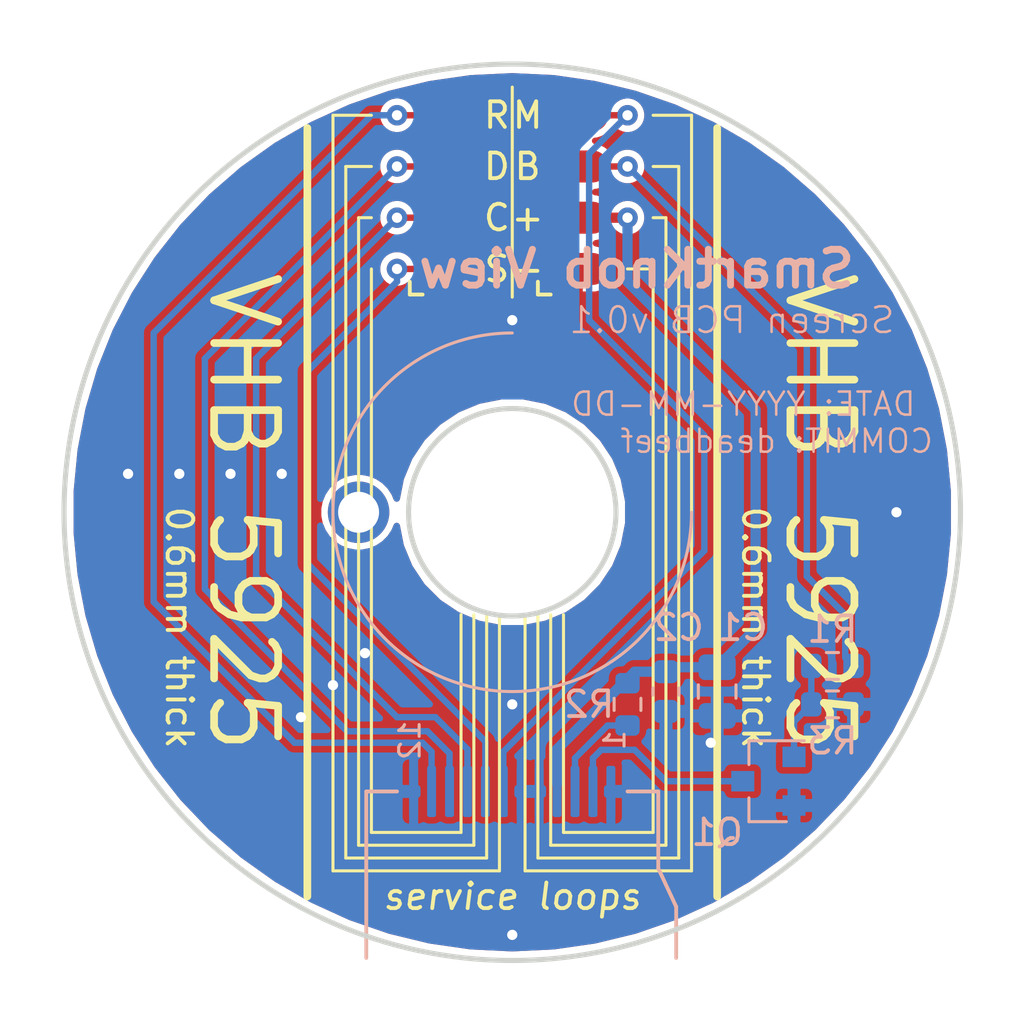
<source format=kicad_pcb>
(kicad_pcb (version 20171130) (host pcbnew 5.1.10-88a1d61d58~90~ubuntu20.04.1)

  (general
    (thickness 1.2)
    (drawings 53)
    (tracks 81)
    (zones 0)
    (modules 10)
    (nets 12)
  )

  (page A4)
  (layers
    (0 F.Cu signal)
    (31 B.Cu signal)
    (32 B.Adhes user)
    (33 F.Adhes user)
    (34 B.Paste user)
    (35 F.Paste user)
    (36 B.SilkS user)
    (37 F.SilkS user)
    (38 B.Mask user)
    (39 F.Mask user)
    (40 Dwgs.User user)
    (41 Cmts.User user)
    (42 Eco1.User user)
    (43 Eco2.User user)
    (44 Edge.Cuts user)
    (45 Margin user)
    (46 B.CrtYd user)
    (47 F.CrtYd user)
    (48 B.Fab user)
    (49 F.Fab user)
  )

  (setup
    (last_trace_width 0.25)
    (user_trace_width 0.4)
    (trace_clearance 0.2)
    (zone_clearance 0.254)
    (zone_45_only no)
    (trace_min 0.2)
    (via_size 0.8)
    (via_drill 0.4)
    (via_min_size 0.4)
    (via_min_drill 0.3)
    (uvia_size 0.3)
    (uvia_drill 0.1)
    (uvias_allowed no)
    (uvia_min_size 0.2)
    (uvia_min_drill 0.1)
    (edge_width 0.05)
    (segment_width 0.2)
    (pcb_text_width 0.3)
    (pcb_text_size 1.5 1.5)
    (mod_edge_width 0.12)
    (mod_text_size 1 1)
    (mod_text_width 0.15)
    (pad_size 1.524 1.524)
    (pad_drill 0.762)
    (pad_to_mask_clearance 0)
    (aux_axis_origin 0 0)
    (visible_elements FFFFFF7F)
    (pcbplotparams
      (layerselection 0x010fc_ffffffff)
      (usegerberextensions false)
      (usegerberattributes true)
      (usegerberadvancedattributes true)
      (creategerberjobfile true)
      (excludeedgelayer true)
      (linewidth 0.100000)
      (plotframeref false)
      (viasonmask false)
      (mode 1)
      (useauxorigin false)
      (hpglpennumber 1)
      (hpglpenspeed 20)
      (hpglpendiameter 15.000000)
      (psnegative false)
      (psa4output false)
      (plotreference true)
      (plotvalue true)
      (plotinvisibletext false)
      (padsonsilk false)
      (subtractmaskfromsilk false)
      (outputformat 4)
      (mirror false)
      (drillshape 0)
      (scaleselection 1)
      (outputdirectory "../build/"))
  )

  (net 0 "")
  (net 1 GND)
  (net 2 /VDD)
  (net 3 /DC)
  (net 4 /BACKLIGHT_EN)
  (net 5 /nRESET)
  (net 6 /MOSI)
  (net 7 /SCK)
  (net 8 /nCS)
  (net 9 /LEDA)
  (net 10 /LEDK)
  (net 11 "Net-(Q1-Pad1)")

  (net_class Default "This is the default net class."
    (clearance 0.2)
    (trace_width 0.25)
    (via_dia 0.8)
    (via_drill 0.4)
    (uvia_dia 0.3)
    (uvia_drill 0.1)
    (add_net /BACKLIGHT_EN)
    (add_net /DC)
    (add_net /LEDA)
    (add_net /LEDK)
    (add_net /MOSI)
    (add_net /SCK)
    (add_net /VDD)
    (add_net /nCS)
    (add_net /nRESET)
    (add_net GND)
    (add_net "Net-(Q1-Pad1)")
  )

  (module LCD_GC9A01:GC9A01Round1.28 (layer B.Cu) (tedit 6208A85C) (tstamp 6207D05B)
    (at 100 110.9 90)
    (path /620756C7)
    (attr virtual)
    (fp_text reference J2 (at 4 -1 90) (layer B.SilkS) hide
      (effects (font (size 1 1) (thickness 0.15)) (justify mirror))
    )
    (fp_text value GC9A01 (at 0 0.5 90) (layer B.Fab)
      (effects (font (size 1 1) (thickness 0.15)) (justify mirror))
    )
    (fp_line (start 0 5.7) (end -3 5.7) (layer B.SilkS) (width 0.15))
    (fp_line (start 0 -5.7) (end -6.5 -5.7) (layer B.SilkS) (width 0.15))
    (fp_line (start -6.5 6.4) (end -4.5 6.4) (layer B.SilkS) (width 0.15))
    (fp_line (start -4.5 6.4) (end -3 5.7) (layer B.SilkS) (width 0.15))
    (fp_line (start 0 5.7) (end 0 4.5) (layer B.SilkS) (width 0.15))
    (fp_line (start 0 -5.7) (end 0 -4.5) (layer B.SilkS) (width 0.15))
    (fp_text user 12 (at 2 -4 90) (layer B.SilkS)
      (effects (font (size 0.8 0.8) (thickness 0.12)) (justify mirror))
    )
    (fp_text user 1 (at 2 4 90) (layer B.SilkS)
      (effects (font (size 0.8 0.8) (thickness 0.12)) (justify mirror))
    )
    (pad 12 smd roundrect (at 0 -3.85 90) (size 2 0.35) (layers B.Cu B.Paste B.Mask) (roundrect_rratio 0.25)
      (net 1 GND))
    (pad 11 smd roundrect (at 0 -3.15 90) (size 2 0.35) (layers B.Cu B.Paste B.Mask) (roundrect_rratio 0.25)
      (net 5 /nRESET))
    (pad 10 smd roundrect (at 0 -2.45 90) (size 2 0.35) (layers B.Cu B.Paste B.Mask) (roundrect_rratio 0.25)
      (net 6 /MOSI))
    (pad 9 smd roundrect (at 0 -1.75 90) (size 2 0.35) (layers B.Cu B.Paste B.Mask) (roundrect_rratio 0.25)
      (net 7 /SCK))
    (pad 8 smd roundrect (at 0 -1.05 90) (size 2 0.35) (layers B.Cu B.Paste B.Mask) (roundrect_rratio 0.25)
      (net 8 /nCS))
    (pad 7 smd roundrect (at 0 -0.35 90) (size 2 0.35) (layers B.Cu B.Paste B.Mask) (roundrect_rratio 0.25)
      (net 3 /DC))
    (pad 6 smd roundrect (at 0 0.35 90) (size 2 0.35) (layers B.Cu B.Paste B.Mask) (roundrect_rratio 0.25)
      (net 1 GND))
    (pad 5 smd roundrect (at 0 1.05 90) (size 2 0.35) (layers B.Cu B.Paste B.Mask) (roundrect_rratio 0.25)
      (net 1 GND))
    (pad 4 smd roundrect (at 0 1.75 90) (size 2 0.35) (layers B.Cu B.Paste B.Mask) (roundrect_rratio 0.25)
      (net 2 /VDD))
    (pad 3 smd roundrect (at 0 2.45 90) (size 2 0.35) (layers B.Cu B.Paste B.Mask) (roundrect_rratio 0.25)
      (net 9 /LEDA))
    (pad 2 smd roundrect (at 0 3.15 90) (size 2 0.35) (layers B.Cu B.Paste B.Mask) (roundrect_rratio 0.25)
      (net 10 /LEDK))
    (pad 1 smd roundrect (at 0 3.85 90) (size 2 0.35) (layers B.Cu B.Paste B.Mask) (roundrect_rratio 0.25)
      (net 1 GND))
    (model ${KIPRJMOD}/../lib/LCD_GC9A01.3dshapes/TFT-Round-1.28.step
      (offset (xyz 10.9 0 -1.8))
      (scale (xyz 1 1 1))
      (rotate (xyz 0 180 90))
    )
  )

  (module Resistor_SMD:R_0603_1608Metric (layer B.Cu) (tedit 5F68FEEE) (tstamp 6207D0AD)
    (at 112.5 107.5)
    (descr "Resistor SMD 0603 (1608 Metric), square (rectangular) end terminal, IPC_7351 nominal, (Body size source: IPC-SM-782 page 72, https://www.pcb-3d.com/wordpress/wp-content/uploads/ipc-sm-782a_amendment_1_and_2.pdf), generated with kicad-footprint-generator")
    (tags resistor)
    (path /620807F6)
    (attr smd)
    (fp_text reference R3 (at 0 1.43) (layer B.SilkS)
      (effects (font (size 1 1) (thickness 0.15)) (justify mirror))
    )
    (fp_text value 1M (at 0 -1.43) (layer B.Fab)
      (effects (font (size 1 1) (thickness 0.15)) (justify mirror))
    )
    (fp_line (start -0.8 -0.4125) (end -0.8 0.4125) (layer B.Fab) (width 0.1))
    (fp_line (start -0.8 0.4125) (end 0.8 0.4125) (layer B.Fab) (width 0.1))
    (fp_line (start 0.8 0.4125) (end 0.8 -0.4125) (layer B.Fab) (width 0.1))
    (fp_line (start 0.8 -0.4125) (end -0.8 -0.4125) (layer B.Fab) (width 0.1))
    (fp_line (start -0.237258 0.5225) (end 0.237258 0.5225) (layer B.SilkS) (width 0.12))
    (fp_line (start -0.237258 -0.5225) (end 0.237258 -0.5225) (layer B.SilkS) (width 0.12))
    (fp_line (start -1.48 -0.73) (end -1.48 0.73) (layer B.CrtYd) (width 0.05))
    (fp_line (start -1.48 0.73) (end 1.48 0.73) (layer B.CrtYd) (width 0.05))
    (fp_line (start 1.48 0.73) (end 1.48 -0.73) (layer B.CrtYd) (width 0.05))
    (fp_line (start 1.48 -0.73) (end -1.48 -0.73) (layer B.CrtYd) (width 0.05))
    (fp_text user %R (at 0 0) (layer B.Fab)
      (effects (font (size 0.4 0.4) (thickness 0.06)) (justify mirror))
    )
    (pad 2 smd roundrect (at 0.825 0) (size 0.8 0.95) (layers B.Cu B.Paste B.Mask) (roundrect_rratio 0.25)
      (net 1 GND))
    (pad 1 smd roundrect (at -0.825 0) (size 0.8 0.95) (layers B.Cu B.Paste B.Mask) (roundrect_rratio 0.25)
      (net 11 "Net-(Q1-Pad1)"))
    (model ${KISYS3DMOD}/Resistor_SMD.3dshapes/R_0603_1608Metric.wrl
      (at (xyz 0 0 0))
      (scale (xyz 1 1 1))
      (rotate (xyz 0 0 0))
    )
  )

  (module Resistor_SMD:R_0603_1608Metric (layer B.Cu) (tedit 5F68FEEE) (tstamp 6207D09C)
    (at 104.5 107.5 270)
    (descr "Resistor SMD 0603 (1608 Metric), square (rectangular) end terminal, IPC_7351 nominal, (Body size source: IPC-SM-782 page 72, https://www.pcb-3d.com/wordpress/wp-content/uploads/ipc-sm-782a_amendment_1_and_2.pdf), generated with kicad-footprint-generator")
    (tags resistor)
    (path /6209F498)
    (attr smd)
    (fp_text reference R2 (at 0 1.5) (layer B.SilkS)
      (effects (font (size 1 1) (thickness 0.15)) (justify mirror))
    )
    (fp_text value 22R (at 0 -1.43 270) (layer B.Fab)
      (effects (font (size 1 1) (thickness 0.15)) (justify mirror))
    )
    (fp_line (start -0.8 -0.4125) (end -0.8 0.4125) (layer B.Fab) (width 0.1))
    (fp_line (start -0.8 0.4125) (end 0.8 0.4125) (layer B.Fab) (width 0.1))
    (fp_line (start 0.8 0.4125) (end 0.8 -0.4125) (layer B.Fab) (width 0.1))
    (fp_line (start 0.8 -0.4125) (end -0.8 -0.4125) (layer B.Fab) (width 0.1))
    (fp_line (start -0.237258 0.5225) (end 0.237258 0.5225) (layer B.SilkS) (width 0.12))
    (fp_line (start -0.237258 -0.5225) (end 0.237258 -0.5225) (layer B.SilkS) (width 0.12))
    (fp_line (start -1.48 -0.73) (end -1.48 0.73) (layer B.CrtYd) (width 0.05))
    (fp_line (start -1.48 0.73) (end 1.48 0.73) (layer B.CrtYd) (width 0.05))
    (fp_line (start 1.48 0.73) (end 1.48 -0.73) (layer B.CrtYd) (width 0.05))
    (fp_line (start 1.48 -0.73) (end -1.48 -0.73) (layer B.CrtYd) (width 0.05))
    (fp_text user %R (at 0 0 270) (layer B.Fab)
      (effects (font (size 0.4 0.4) (thickness 0.06)) (justify mirror))
    )
    (pad 2 smd roundrect (at 0.825 0 270) (size 0.8 0.95) (layers B.Cu B.Paste B.Mask) (roundrect_rratio 0.25)
      (net 9 /LEDA))
    (pad 1 smd roundrect (at -0.825 0 270) (size 0.8 0.95) (layers B.Cu B.Paste B.Mask) (roundrect_rratio 0.25)
      (net 2 /VDD))
    (model ${KISYS3DMOD}/Resistor_SMD.3dshapes/R_0603_1608Metric.wrl
      (at (xyz 0 0 0))
      (scale (xyz 1 1 1))
      (rotate (xyz 0 0 0))
    )
  )

  (module Resistor_SMD:R_0603_1608Metric (layer B.Cu) (tedit 5F68FEEE) (tstamp 6207D08B)
    (at 112.5 106 180)
    (descr "Resistor SMD 0603 (1608 Metric), square (rectangular) end terminal, IPC_7351 nominal, (Body size source: IPC-SM-782 page 72, https://www.pcb-3d.com/wordpress/wp-content/uploads/ipc-sm-782a_amendment_1_and_2.pdf), generated with kicad-footprint-generator")
    (tags resistor)
    (path /6208164C)
    (attr smd)
    (fp_text reference R1 (at 0 1.43) (layer B.SilkS)
      (effects (font (size 1 1) (thickness 0.15)) (justify mirror))
    )
    (fp_text value 10k (at 0 -1.43) (layer B.Fab)
      (effects (font (size 1 1) (thickness 0.15)) (justify mirror))
    )
    (fp_line (start -0.8 -0.4125) (end -0.8 0.4125) (layer B.Fab) (width 0.1))
    (fp_line (start -0.8 0.4125) (end 0.8 0.4125) (layer B.Fab) (width 0.1))
    (fp_line (start 0.8 0.4125) (end 0.8 -0.4125) (layer B.Fab) (width 0.1))
    (fp_line (start 0.8 -0.4125) (end -0.8 -0.4125) (layer B.Fab) (width 0.1))
    (fp_line (start -0.237258 0.5225) (end 0.237258 0.5225) (layer B.SilkS) (width 0.12))
    (fp_line (start -0.237258 -0.5225) (end 0.237258 -0.5225) (layer B.SilkS) (width 0.12))
    (fp_line (start -1.48 -0.73) (end -1.48 0.73) (layer B.CrtYd) (width 0.05))
    (fp_line (start -1.48 0.73) (end 1.48 0.73) (layer B.CrtYd) (width 0.05))
    (fp_line (start 1.48 0.73) (end 1.48 -0.73) (layer B.CrtYd) (width 0.05))
    (fp_line (start 1.48 -0.73) (end -1.48 -0.73) (layer B.CrtYd) (width 0.05))
    (fp_text user %R (at 0 0) (layer B.Fab)
      (effects (font (size 0.4 0.4) (thickness 0.06)) (justify mirror))
    )
    (pad 2 smd roundrect (at 0.825 0 180) (size 0.8 0.95) (layers B.Cu B.Paste B.Mask) (roundrect_rratio 0.25)
      (net 11 "Net-(Q1-Pad1)"))
    (pad 1 smd roundrect (at -0.825 0 180) (size 0.8 0.95) (layers B.Cu B.Paste B.Mask) (roundrect_rratio 0.25)
      (net 4 /BACKLIGHT_EN))
    (model ${KISYS3DMOD}/Resistor_SMD.3dshapes/R_0603_1608Metric.wrl
      (at (xyz 0 0 0))
      (scale (xyz 1 1 1))
      (rotate (xyz 0 0 0))
    )
  )

  (module Package_TO_SOT_SMD:SOT-23 (layer B.Cu) (tedit 5A02FF57) (tstamp 6207D07A)
    (at 110 110.5 180)
    (descr "SOT-23, Standard")
    (tags SOT-23)
    (path /6207DB9F)
    (attr smd)
    (fp_text reference Q1 (at 2 -2 180) (layer B.SilkS)
      (effects (font (size 1 1) (thickness 0.15)) (justify mirror))
    )
    (fp_text value 2N7002 (at 0 -2.5 180) (layer B.Fab)
      (effects (font (size 1 1) (thickness 0.15)) (justify mirror))
    )
    (fp_line (start -0.7 0.95) (end -0.7 -1.5) (layer B.Fab) (width 0.1))
    (fp_line (start -0.15 1.52) (end 0.7 1.52) (layer B.Fab) (width 0.1))
    (fp_line (start -0.7 0.95) (end -0.15 1.52) (layer B.Fab) (width 0.1))
    (fp_line (start 0.7 1.52) (end 0.7 -1.52) (layer B.Fab) (width 0.1))
    (fp_line (start -0.7 -1.52) (end 0.7 -1.52) (layer B.Fab) (width 0.1))
    (fp_line (start 0.76 -1.58) (end 0.76 -0.65) (layer B.SilkS) (width 0.12))
    (fp_line (start 0.76 1.58) (end 0.76 0.65) (layer B.SilkS) (width 0.12))
    (fp_line (start -1.7 1.75) (end 1.7 1.75) (layer B.CrtYd) (width 0.05))
    (fp_line (start 1.7 1.75) (end 1.7 -1.75) (layer B.CrtYd) (width 0.05))
    (fp_line (start 1.7 -1.75) (end -1.7 -1.75) (layer B.CrtYd) (width 0.05))
    (fp_line (start -1.7 -1.75) (end -1.7 1.75) (layer B.CrtYd) (width 0.05))
    (fp_line (start 0.76 1.58) (end -1.4 1.58) (layer B.SilkS) (width 0.12))
    (fp_line (start 0.76 -1.58) (end -0.7 -1.58) (layer B.SilkS) (width 0.12))
    (fp_text user %R (at 0 0 90) (layer B.Fab)
      (effects (font (size 0.5 0.5) (thickness 0.075)) (justify mirror))
    )
    (pad 3 smd rect (at 1 0 180) (size 0.9 0.8) (layers B.Cu B.Paste B.Mask)
      (net 10 /LEDK))
    (pad 2 smd rect (at -1 -0.95 180) (size 0.9 0.8) (layers B.Cu B.Paste B.Mask)
      (net 1 GND))
    (pad 1 smd rect (at -1 0.95 180) (size 0.9 0.8) (layers B.Cu B.Paste B.Mask)
      (net 11 "Net-(Q1-Pad1)"))
    (model ${KISYS3DMOD}/Package_TO_SOT_SMD.3dshapes/SOT-23.wrl
      (at (xyz 0 0 0))
      (scale (xyz 1 1 1))
      (rotate (xyz 0 0 0))
    )
  )

  (module SolderPads:SolderPads_2mm_4 (layer F.Cu) (tedit 62075369) (tstamp 6207D74B)
    (at 97.5 90.5 90)
    (path /62076D99)
    (fp_text reference J3 (at 0 0.5 90) (layer F.SilkS) hide
      (effects (font (size 1 1) (thickness 0.15)))
    )
    (fp_text value Conn_01x04 (at 0 -0.5 90) (layer F.Fab)
      (effects (font (size 1 1) (thickness 0.15)))
    )
    (fp_line (start -0.5 -1.5) (end -1 -1.5) (layer F.SilkS) (width 0.15))
    (fp_line (start -1 -1.5) (end -1 -1) (layer F.SilkS) (width 0.15))
    (pad 4 smd oval (at 6 0 90) (size 1.25 2.5) (layers F.Cu F.Mask)
      (net 5 /nRESET))
    (pad 3 smd oval (at 4 0 90) (size 1.25 2.5) (layers F.Cu F.Mask)
      (net 6 /MOSI))
    (pad 2 smd oval (at 2 0 90) (size 1.25 2.5) (layers F.Cu F.Mask)
      (net 7 /SCK))
    (pad 1 smd oval (at 0 0 90) (size 1.25 2.5) (layers F.Cu F.Mask)
      (net 8 /nCS))
  )

  (module SolderPads:SolderPads_2mm_4 (layer F.Cu) (tedit 62075369) (tstamp 6207D043)
    (at 102.5 90.5 90)
    (path /6207690B)
    (fp_text reference J1 (at 0 0.5 90) (layer F.SilkS) hide
      (effects (font (size 1 1) (thickness 0.15)))
    )
    (fp_text value Conn_01x04 (at 0 -0.5 90) (layer F.Fab)
      (effects (font (size 1 1) (thickness 0.15)))
    )
    (fp_line (start -0.5 -1.5) (end -1 -1.5) (layer F.SilkS) (width 0.15))
    (fp_line (start -1 -1.5) (end -1 -1) (layer F.SilkS) (width 0.15))
    (pad 4 smd oval (at 6 0 90) (size 1.25 2.5) (layers F.Cu F.Mask)
      (net 3 /DC))
    (pad 3 smd oval (at 4 0 90) (size 1.25 2.5) (layers F.Cu F.Mask)
      (net 4 /BACKLIGHT_EN))
    (pad 2 smd oval (at 2 0 90) (size 1.25 2.5) (layers F.Cu F.Mask)
      (net 2 /VDD))
    (pad 1 smd oval (at 0 0 90) (size 1.25 2.5) (layers F.Cu F.Mask)
      (net 1 GND))
  )

  (module Holes:AlignmentHole_1.6 locked (layer F.Cu) (tedit 620752D6) (tstamp 6207D039)
    (at 94 100)
    (descr "Mounting Hole 2.2mm, no annular, M2, ISO7380")
    (tags "mounting hole 2.2mm no annular m2 iso7380")
    (path /62075165)
    (attr virtual)
    (fp_text reference H1 (at 0 -2.75) (layer F.SilkS) hide
      (effects (font (size 1 1) (thickness 0.15)))
    )
    (fp_text value AlignmentHole (at 0 2.75) (layer F.Fab) hide
      (effects (font (size 1 1) (thickness 0.15)))
    )
    (fp_text user %R (at 0.3 0) (layer F.Fab)
      (effects (font (size 1 1) (thickness 0.15)))
    )
    (pad 1 thru_hole circle (at 0 0) (size 2.4 2.4) (drill 1.6) (layers *.Cu *.Mask))
  )

  (module Capacitor_SMD:C_0603_1608Metric (layer B.Cu) (tedit 5F68FEEE) (tstamp 6207D496)
    (at 106 107 270)
    (descr "Capacitor SMD 0603 (1608 Metric), square (rectangular) end terminal, IPC_7351 nominal, (Body size source: IPC-SM-782 page 76, https://www.pcb-3d.com/wordpress/wp-content/uploads/ipc-sm-782a_amendment_1_and_2.pdf), generated with kicad-footprint-generator")
    (tags capacitor)
    (path /620AE2F6)
    (attr smd)
    (fp_text reference C2 (at -2.5 -0.5) (layer B.SilkS)
      (effects (font (size 1 1) (thickness 0.15)) (justify mirror))
    )
    (fp_text value 0.1uF (at 0 -1.43 270) (layer B.Fab)
      (effects (font (size 1 1) (thickness 0.15)) (justify mirror))
    )
    (fp_line (start -0.8 -0.4) (end -0.8 0.4) (layer B.Fab) (width 0.1))
    (fp_line (start -0.8 0.4) (end 0.8 0.4) (layer B.Fab) (width 0.1))
    (fp_line (start 0.8 0.4) (end 0.8 -0.4) (layer B.Fab) (width 0.1))
    (fp_line (start 0.8 -0.4) (end -0.8 -0.4) (layer B.Fab) (width 0.1))
    (fp_line (start -0.14058 0.51) (end 0.14058 0.51) (layer B.SilkS) (width 0.12))
    (fp_line (start -0.14058 -0.51) (end 0.14058 -0.51) (layer B.SilkS) (width 0.12))
    (fp_line (start -1.48 -0.73) (end -1.48 0.73) (layer B.CrtYd) (width 0.05))
    (fp_line (start -1.48 0.73) (end 1.48 0.73) (layer B.CrtYd) (width 0.05))
    (fp_line (start 1.48 0.73) (end 1.48 -0.73) (layer B.CrtYd) (width 0.05))
    (fp_line (start 1.48 -0.73) (end -1.48 -0.73) (layer B.CrtYd) (width 0.05))
    (fp_text user %R (at 0 0 270) (layer B.Fab)
      (effects (font (size 0.4 0.4) (thickness 0.06)) (justify mirror))
    )
    (pad 2 smd roundrect (at 0.775 0 270) (size 0.9 0.95) (layers B.Cu B.Paste B.Mask) (roundrect_rratio 0.25)
      (net 1 GND))
    (pad 1 smd roundrect (at -0.775 0 270) (size 0.9 0.95) (layers B.Cu B.Paste B.Mask) (roundrect_rratio 0.25)
      (net 2 /VDD))
    (model ${KISYS3DMOD}/Capacitor_SMD.3dshapes/C_0603_1608Metric.wrl
      (at (xyz 0 0 0))
      (scale (xyz 1 1 1))
      (rotate (xyz 0 0 0))
    )
  )

  (module Capacitor_SMD:C_0805_2012Metric (layer B.Cu) (tedit 5F68FEEE) (tstamp 6207D4C6)
    (at 108 107 270)
    (descr "Capacitor SMD 0805 (2012 Metric), square (rectangular) end terminal, IPC_7351 nominal, (Body size source: IPC-SM-782 page 76, https://www.pcb-3d.com/wordpress/wp-content/uploads/ipc-sm-782a_amendment_1_and_2.pdf, https://docs.google.com/spreadsheets/d/1BsfQQcO9C6DZCsRaXUlFlo91Tg2WpOkGARC1WS5S8t0/edit?usp=sharing), generated with kicad-footprint-generator")
    (tags capacitor)
    (path /6208DA53)
    (attr smd)
    (fp_text reference C1 (at -2.5 -1) (layer B.SilkS)
      (effects (font (size 1 1) (thickness 0.15)) (justify mirror))
    )
    (fp_text value 22uF (at 0 -1.68 270) (layer B.Fab)
      (effects (font (size 1 1) (thickness 0.15)) (justify mirror))
    )
    (fp_line (start -1 -0.625) (end -1 0.625) (layer B.Fab) (width 0.1))
    (fp_line (start -1 0.625) (end 1 0.625) (layer B.Fab) (width 0.1))
    (fp_line (start 1 0.625) (end 1 -0.625) (layer B.Fab) (width 0.1))
    (fp_line (start 1 -0.625) (end -1 -0.625) (layer B.Fab) (width 0.1))
    (fp_line (start -0.261252 0.735) (end 0.261252 0.735) (layer B.SilkS) (width 0.12))
    (fp_line (start -0.261252 -0.735) (end 0.261252 -0.735) (layer B.SilkS) (width 0.12))
    (fp_line (start -1.7 -0.98) (end -1.7 0.98) (layer B.CrtYd) (width 0.05))
    (fp_line (start -1.7 0.98) (end 1.7 0.98) (layer B.CrtYd) (width 0.05))
    (fp_line (start 1.7 0.98) (end 1.7 -0.98) (layer B.CrtYd) (width 0.05))
    (fp_line (start 1.7 -0.98) (end -1.7 -0.98) (layer B.CrtYd) (width 0.05))
    (fp_text user %R (at 0 0 270) (layer B.Fab)
      (effects (font (size 0.5 0.5) (thickness 0.08)) (justify mirror))
    )
    (pad 2 smd roundrect (at 0.95 0 270) (size 1 1.45) (layers B.Cu B.Paste B.Mask) (roundrect_rratio 0.25)
      (net 1 GND))
    (pad 1 smd roundrect (at -0.95 0 270) (size 1 1.45) (layers B.Cu B.Paste B.Mask) (roundrect_rratio 0.25)
      (net 2 /VDD))
    (model ${KISYS3DMOD}/Capacitor_SMD.3dshapes/C_0805_2012Metric.wrl
      (at (xyz 0 0 0))
      (scale (xyz 1 1 1))
      (rotate (xyz 0 0 0))
    )
  )

  (gr_arc (start 100 100) (end 100 93) (angle -270) (layer B.SilkS) (width 0.12))
  (gr_text " DATE: YYYY-MM-DD\nCOMMIT: deadbeef" (at 116.5 96.5) (layer B.SilkS) (tstamp 620BB164)
    (effects (font (size 0.9 0.9) (thickness 0.1)) (justify left mirror))
  )
  (gr_text "Screen PCB v0.1" (at 115 92.5) (layer B.SilkS)
    (effects (font (size 1 1) (thickness 0.1)) (justify left mirror))
  )
  (gr_text "SmartKnob View" (at 113.5 90.5) (layer B.SilkS)
    (effects (font (size 1.4 1.4) (thickness 0.27)) (justify left mirror))
  )
  (gr_line (start 101 113.5) (end 101 104) (layer F.SilkS) (width 0.12))
  (gr_line (start 100 83.4) (end 100 91.6) (layer F.SilkS) (width 0.12))
  (gr_text S (at 99.4 90.5) (layer F.SilkS)
    (effects (font (size 1 1) (thickness 0.15)))
  )
  (gr_text C (at 99.4 88.5) (layer F.SilkS)
    (effects (font (size 1 1) (thickness 0.15)))
  )
  (gr_text - (at 100.6 90.5) (layer F.SilkS)
    (effects (font (size 1 1) (thickness 0.15)))
  )
  (gr_text + (at 100.6 88.5) (layer F.SilkS)
    (effects (font (size 1 1) (thickness 0.15)))
  )
  (gr_text B (at 100.6 86.5) (layer F.SilkS)
    (effects (font (size 1 1) (thickness 0.15)))
  )
  (gr_text D (at 99.4 86.5) (layer F.SilkS)
    (effects (font (size 1 1) (thickness 0.15)))
  )
  (gr_text M (at 100.6 84.5) (layer F.SilkS)
    (effects (font (size 1 1) (thickness 0.15)))
  )
  (gr_text R (at 99.4 84.5) (layer F.SilkS)
    (effects (font (size 1 1) (thickness 0.15)))
  )
  (gr_text "0.6mm thick" (at 87 104.5 -90) (layer F.SilkS) (tstamp 6208F7F2)
    (effects (font (size 1 1) (thickness 0.15)))
  )
  (gr_text "0.6mm thick" (at 109.5 104.5 -90) (layer F.SilkS)
    (effects (font (size 1 1) (thickness 0.15)))
  )
  (gr_line (start 98 112.5) (end 98 104) (layer F.SilkS) (width 0.12))
  (gr_line (start 94.5 112.5) (end 98 112.5) (layer F.SilkS) (width 0.12))
  (gr_line (start 94.5 90.5) (end 94.5 112.5) (layer F.SilkS) (width 0.12))
  (gr_line (start 98.5 113) (end 98.5 104) (layer F.SilkS) (width 0.12))
  (gr_line (start 94 113) (end 98.5 113) (layer F.SilkS) (width 0.12))
  (gr_line (start 94 88.5) (end 94 113) (layer F.SilkS) (width 0.12))
  (gr_line (start 94.5 88.5) (end 94 88.5) (layer F.SilkS) (width 0.12))
  (gr_line (start 99 113.5) (end 99 104) (layer F.SilkS) (width 0.12))
  (gr_line (start 93.5 113.5) (end 99 113.5) (layer F.SilkS) (width 0.12))
  (gr_line (start 93.5 86.5) (end 93.5 113.5) (layer F.SilkS) (width 0.12))
  (gr_line (start 94.5 86.5) (end 93.5 86.5) (layer F.SilkS) (width 0.12))
  (gr_line (start 99.5 114) (end 99.5 104) (layer F.SilkS) (width 0.12))
  (gr_line (start 93 114) (end 99.5 114) (layer F.SilkS) (width 0.12))
  (gr_line (start 93 84.5) (end 93 114) (layer F.SilkS) (width 0.12))
  (gr_line (start 94.5 84.5) (end 93 84.5) (layer F.SilkS) (width 0.12))
  (gr_text "service loops" (at 100 115) (layer F.SilkS) (tstamp 6208F6F4)
    (effects (font (size 1 1) (thickness 0.15) italic))
  )
  (gr_line (start 102 112.5) (end 102 104) (layer F.SilkS) (width 0.12))
  (gr_line (start 105.5 112.5) (end 102 112.5) (layer F.SilkS) (width 0.12))
  (gr_line (start 105.5 90.5) (end 105.5 112.5) (layer F.SilkS) (width 0.12))
  (gr_line (start 104.5 90.5) (end 105.5 90.5) (layer F.SilkS) (width 0.12))
  (gr_line (start 101.5 113) (end 101.5 104) (layer F.SilkS) (width 0.12))
  (gr_line (start 106 113) (end 101.5 113) (layer F.SilkS) (width 0.12))
  (gr_line (start 106 88.5) (end 106 113) (layer F.SilkS) (width 0.12) (tstamp 6208F6BF))
  (gr_line (start 105.5 88.5) (end 106 88.5) (layer F.SilkS) (width 0.12))
  (gr_line (start 106.5 113.5) (end 101 113.5) (layer F.SilkS) (width 0.12))
  (gr_line (start 106.5 86.5) (end 106.5 113.5) (layer F.SilkS) (width 0.12))
  (gr_line (start 105.5 86.5) (end 106.5 86.5) (layer F.SilkS) (width 0.12))
  (gr_line (start 100.5 114) (end 100.5 104) (layer F.SilkS) (width 0.12))
  (gr_line (start 107 114) (end 100.5 114) (layer F.SilkS) (width 0.12))
  (gr_line (start 107 84.5) (end 107 114) (layer F.SilkS) (width 0.12))
  (gr_line (start 105.5 84.5) (end 107 84.5) (layer F.SilkS) (width 0.12))
  (gr_text "VHB 5925" (at 89.5 100 270) (layer F.SilkS) (tstamp 6208F695)
    (effects (font (size 2.5 2.5) (thickness 0.3)))
  )
  (gr_text "VHB 5925" (at 112 100 -90) (layer F.SilkS)
    (effects (font (size 2.5 2.5) (thickness 0.3)))
  )
  (gr_line (start 92 85) (end 92 115) (layer F.SilkS) (width 0.3))
  (gr_line (start 108 85) (end 108 115) (layer F.SilkS) (width 0.3))
  (gr_circle (center 100 100) (end 117.5 100) (layer Edge.Cuts) (width 0.2))
  (gr_circle (center 100 100) (end 104.05 100) (layer Edge.Cuts) (width 0.2))

  (via (at 91 98.5) (size 0.8) (drill 0.4) (layers F.Cu B.Cu) (net 1))
  (via (at 89 98.5) (size 0.8) (drill 0.4) (layers F.Cu B.Cu) (net 1))
  (via (at 87 98.5) (size 0.8) (drill 0.4) (layers F.Cu B.Cu) (net 1))
  (via (at 94.25 105.5) (size 0.8) (drill 0.4) (layers F.Cu B.Cu) (net 1))
  (via (at 93 106.75) (size 0.8) (drill 0.4) (layers F.Cu B.Cu) (net 1) (tstamp 620905D8))
  (via (at 91.75 108) (size 0.8) (drill 0.4) (layers F.Cu B.Cu) (net 1))
  (via (at 100 116.5) (size 0.8) (drill 0.4) (layers F.Cu B.Cu) (net 1))
  (via (at 115 100) (size 0.8) (drill 0.4) (layers F.Cu B.Cu) (net 1))
  (via (at 85 98.5) (size 0.8) (drill 0.4) (layers F.Cu B.Cu) (net 1))
  (via (at 100 107.5) (size 0.8) (drill 0.4) (layers F.Cu B.Cu) (net 1))
  (via (at 107.75 109) (size 0.8) (drill 0.4) (layers F.Cu B.Cu) (net 1))
  (via (at 100 92.5) (size 0.8) (drill 0.4) (layers F.Cu B.Cu) (net 1))
  (via (at 104.5 88.5) (size 0.8) (drill 0.4) (layers F.Cu B.Cu) (net 2))
  (segment (start 102.5 88.5) (end 104.5 88.5) (width 0.4) (layer F.Cu) (net 2))
  (segment (start 104.5 88.5) (end 104.5 91) (width 0.4) (layer B.Cu) (net 2))
  (segment (start 104.5 91) (end 109.5 96) (width 0.4) (layer B.Cu) (net 2))
  (segment (start 109.5 104.55) (end 108 106.05) (width 0.4) (layer B.Cu) (net 2))
  (segment (start 109.5 96) (end 109.5 104.55) (width 0.4) (layer B.Cu) (net 2))
  (segment (start 106.175 106.05) (end 106 106.225) (width 0.25) (layer B.Cu) (net 2))
  (segment (start 108 106.05) (end 106.175 106.05) (width 0.4) (layer B.Cu) (net 2))
  (segment (start 104.775 106.225) (end 101.75 109.25) (width 0.4) (layer B.Cu) (net 2))
  (segment (start 106 106.225) (end 104.775 106.225) (width 0.4) (layer B.Cu) (net 2))
  (segment (start 101.75 109.25) (end 101.75 110.6) (width 0.4) (layer B.Cu) (net 2))
  (via (at 104.5 84.5) (size 0.8) (drill 0.4) (layers F.Cu B.Cu) (net 3))
  (segment (start 102.5 84.5) (end 104.5 84.5) (width 0.25) (layer F.Cu) (net 3))
  (segment (start 107.5 101.5) (end 99.65 109.35) (width 0.25) (layer B.Cu) (net 3))
  (segment (start 107.5 97) (end 107.5 101.5) (width 0.25) (layer B.Cu) (net 3))
  (segment (start 103 92.5) (end 107.5 97) (width 0.25) (layer B.Cu) (net 3))
  (segment (start 103 86) (end 103 92.5) (width 0.25) (layer B.Cu) (net 3))
  (segment (start 104.5 84.5) (end 103 86) (width 0.25) (layer B.Cu) (net 3))
  (segment (start 99.65 109.35) (end 99.65 110.6) (width 0.25) (layer B.Cu) (net 3))
  (via (at 104.5 86.5) (size 0.8) (drill 0.4) (layers F.Cu B.Cu) (net 4))
  (segment (start 102.5 86.5) (end 104.5 86.5) (width 0.25) (layer F.Cu) (net 4))
  (segment (start 104.5 86.5) (end 111.5 93.5) (width 0.25) (layer B.Cu) (net 4))
  (segment (start 111.5 93.5) (end 111.5 102.5) (width 0.25) (layer B.Cu) (net 4))
  (segment (start 111.5 102.5) (end 113 104) (width 0.25) (layer B.Cu) (net 4))
  (segment (start 113 105.675) (end 113.325 106) (width 0.25) (layer B.Cu) (net 4))
  (segment (start 113 104) (end 113 105.675) (width 0.25) (layer B.Cu) (net 4))
  (via (at 95.5 84.5) (size 0.8) (drill 0.4) (layers F.Cu B.Cu) (net 5))
  (segment (start 97.5 84.5) (end 95.5 84.5) (width 0.25) (layer F.Cu) (net 5))
  (segment (start 96.85 109.35) (end 96.85 110.6) (width 0.25) (layer B.Cu) (net 5))
  (segment (start 96.5 109) (end 96.85 109.35) (width 0.25) (layer B.Cu) (net 5))
  (segment (start 91.5 109) (end 96.5 109) (width 0.25) (layer B.Cu) (net 5))
  (segment (start 86 93) (end 86 103.5) (width 0.25) (layer B.Cu) (net 5))
  (segment (start 86 103.5) (end 91.5 109) (width 0.25) (layer B.Cu) (net 5))
  (segment (start 94.5 84.5) (end 86 93) (width 0.25) (layer B.Cu) (net 5))
  (segment (start 95.5 84.5) (end 94.5 84.5) (width 0.25) (layer B.Cu) (net 5))
  (via (at 95.5 86.5) (size 0.8) (drill 0.4) (layers F.Cu B.Cu) (net 6))
  (segment (start 97.5 86.5) (end 95.5 86.5) (width 0.25) (layer F.Cu) (net 6))
  (segment (start 88 103) (end 93.549991 108.549991) (width 0.25) (layer B.Cu) (net 6))
  (segment (start 93.549991 108.549991) (end 96.686401 108.549991) (width 0.25) (layer B.Cu) (net 6))
  (segment (start 88 94) (end 88 103) (width 0.25) (layer B.Cu) (net 6))
  (segment (start 96.686401 108.549991) (end 97.55 109.413589) (width 0.25) (layer B.Cu) (net 6))
  (segment (start 95.5 86.5) (end 88 94) (width 0.25) (layer B.Cu) (net 6))
  (segment (start 97.55 109.413589) (end 97.55 110.6) (width 0.25) (layer B.Cu) (net 6))
  (via (at 95.5 88.5) (size 0.8) (drill 0.4) (layers F.Cu B.Cu) (net 7))
  (segment (start 95.5 88.5) (end 97.5 88.5) (width 0.25) (layer F.Cu) (net 7))
  (segment (start 90 94) (end 95.5 88.5) (width 0.25) (layer B.Cu) (net 7))
  (segment (start 90 102.5) (end 90 94) (width 0.25) (layer B.Cu) (net 7))
  (segment (start 95.5 108) (end 90 102.5) (width 0.25) (layer B.Cu) (net 7))
  (segment (start 97 108) (end 95.5 108) (width 0.25) (layer B.Cu) (net 7))
  (segment (start 98.25 109.25) (end 97 108) (width 0.25) (layer B.Cu) (net 7))
  (segment (start 98.25 109.25) (end 98.25 110.6) (width 0.25) (layer B.Cu) (net 7))
  (via (at 95.5 90.5) (size 0.8) (drill 0.4) (layers F.Cu B.Cu) (net 8))
  (segment (start 95.5 90.5) (end 97.5 90.5) (width 0.25) (layer F.Cu) (net 8))
  (segment (start 95.5 91) (end 95.5 90.5) (width 0.25) (layer B.Cu) (net 8))
  (segment (start 92 94.5) (end 95.5 91) (width 0.25) (layer B.Cu) (net 8))
  (segment (start 98.95 108.95) (end 92 102) (width 0.25) (layer B.Cu) (net 8))
  (segment (start 92 102) (end 92 94.5) (width 0.25) (layer B.Cu) (net 8))
  (segment (start 98.95 108.95) (end 98.95 110.6) (width 0.25) (layer B.Cu) (net 8))
  (segment (start 103.725 108.325) (end 104.5 108.325) (width 0.25) (layer B.Cu) (net 9))
  (segment (start 102.45 109.6) (end 103.725 108.325) (width 0.25) (layer B.Cu) (net 9))
  (segment (start 102.45 110.6) (end 102.45 109.6) (width 0.25) (layer B.Cu) (net 9))
  (segment (start 103.47501 109.27499) (end 104.77499 109.27499) (width 0.25) (layer B.Cu) (net 10))
  (segment (start 103.15 109.6) (end 103.47501 109.27499) (width 0.25) (layer B.Cu) (net 10))
  (segment (start 103.15 110.6) (end 103.15 109.6) (width 0.25) (layer B.Cu) (net 10))
  (segment (start 106 110.5) (end 109 110.5) (width 0.25) (layer B.Cu) (net 10))
  (segment (start 104.77499 109.27499) (end 106 110.5) (width 0.25) (layer B.Cu) (net 10))
  (segment (start 111 108.175) (end 111.675 107.5) (width 0.25) (layer B.Cu) (net 11))
  (segment (start 111 109.55) (end 111 108.175) (width 0.25) (layer B.Cu) (net 11))
  (segment (start 111.675 106) (end 111.675 107.5) (width 0.25) (layer B.Cu) (net 11))

  (zone (net 1) (net_name GND) (layer B.Cu) (tstamp 620B8ECB) (hatch edge 0.508)
    (connect_pads (clearance 0.254))
    (min_thickness 0.254)
    (fill yes (arc_segments 32) (thermal_gap 0.254) (thermal_bridge_width 0.508))
    (polygon
      (pts
        (xy 120 120) (xy 80 120) (xy 80 80) (xy 120 80)
      )
    )
    (filled_polygon
      (pts
        (xy 101.617759 83.058063) (xy 103.220867 83.288556) (xy 104.794806 83.670389) (xy 106.325323 84.200106) (xy 107.798557 84.872909)
        (xy 109.201166 85.682706) (xy 110.520448 86.622162) (xy 111.744455 87.68277) (xy 112.862102 88.854925) (xy 113.863268 90.128011)
        (xy 114.738886 91.4905) (xy 115.481027 92.930052) (xy 116.082969 94.43363) (xy 116.539261 95.987619) (xy 116.845771 97.577944)
        (xy 116.999723 99.190203) (xy 116.999723 100.809797) (xy 116.845771 102.422056) (xy 116.539261 104.012381) (xy 116.082969 105.56637)
        (xy 115.481027 107.069948) (xy 114.738886 108.5095) (xy 113.863268 109.871989) (xy 112.862102 111.145075) (xy 111.744455 112.31723)
        (xy 110.520448 113.377838) (xy 109.201166 114.317294) (xy 107.798557 115.127091) (xy 106.325323 115.799894) (xy 104.794806 116.329611)
        (xy 103.220867 116.711444) (xy 101.617759 116.941937) (xy 100 117.019) (xy 98.382241 116.941937) (xy 96.779133 116.711444)
        (xy 95.205194 116.329611) (xy 93.674677 115.799894) (xy 92.201443 115.127091) (xy 90.798834 114.317294) (xy 89.479552 113.377838)
        (xy 88.255545 112.31723) (xy 87.857718 111.9) (xy 95.592157 111.9) (xy 95.599513 111.974689) (xy 95.621299 112.046508)
        (xy 95.656678 112.112696) (xy 95.704289 112.170711) (xy 95.762304 112.218322) (xy 95.828492 112.253701) (xy 95.900311 112.275487)
        (xy 95.975 112.282843) (xy 96.00675 112.281) (xy 96.102 112.18575) (xy 96.102 111.027) (xy 95.68925 111.027)
        (xy 95.594 111.12225) (xy 95.592157 111.9) (xy 87.857718 111.9) (xy 87.137898 111.145075) (xy 86.158761 109.9)
        (xy 95.592157 109.9) (xy 95.594 110.67775) (xy 95.68925 110.773) (xy 96.102 110.773) (xy 96.102 109.61425)
        (xy 96.00675 109.519) (xy 95.975 109.517157) (xy 95.900311 109.524513) (xy 95.828492 109.546299) (xy 95.762304 109.581678)
        (xy 95.704289 109.629289) (xy 95.656678 109.687304) (xy 95.621299 109.753492) (xy 95.599513 109.825311) (xy 95.592157 109.9)
        (xy 86.158761 109.9) (xy 86.136732 109.871989) (xy 85.261114 108.5095) (xy 84.518973 107.069948) (xy 83.917031 105.56637)
        (xy 83.460739 104.012381) (xy 83.154229 102.422056) (xy 83.000277 100.809797) (xy 83.000277 99.190203) (xy 83.154229 97.577944)
        (xy 83.460739 95.987619) (xy 83.917031 94.43363) (xy 84.49097 93) (xy 85.491553 93) (xy 85.494 93.024846)
        (xy 85.494001 103.475144) (xy 85.491553 103.5) (xy 85.501322 103.599192) (xy 85.530255 103.694574) (xy 85.530256 103.694575)
        (xy 85.577242 103.782479) (xy 85.640474 103.859527) (xy 85.659781 103.875372) (xy 91.124628 109.34022) (xy 91.140473 109.359527)
        (xy 91.217521 109.422759) (xy 91.305086 109.469564) (xy 91.305425 109.469745) (xy 91.400807 109.498678) (xy 91.5 109.508448)
        (xy 91.524854 109.506) (xy 96.290409 109.506) (xy 96.302851 109.518443) (xy 96.29325 109.519) (xy 96.198 109.61425)
        (xy 96.198 110.773) (xy 96.292157 110.773) (xy 96.292157 111.027) (xy 96.198 111.027) (xy 96.198 112.18575)
        (xy 96.29325 112.281) (xy 96.325 112.282843) (xy 96.399689 112.275487) (xy 96.471508 112.253701) (xy 96.533238 112.220705)
        (xy 96.582508 112.24704) (xy 96.670741 112.273805) (xy 96.7625 112.282843) (xy 96.9375 112.282843) (xy 97.029259 112.273805)
        (xy 97.117492 112.24704) (xy 97.198809 112.203576) (xy 97.2 112.202599) (xy 97.201191 112.203576) (xy 97.282508 112.24704)
        (xy 97.370741 112.273805) (xy 97.4625 112.282843) (xy 97.6375 112.282843) (xy 97.729259 112.273805) (xy 97.817492 112.24704)
        (xy 97.898809 112.203576) (xy 97.9 112.202599) (xy 97.901191 112.203576) (xy 97.982508 112.24704) (xy 98.070741 112.273805)
        (xy 98.1625 112.282843) (xy 98.3375 112.282843) (xy 98.429259 112.273805) (xy 98.517492 112.24704) (xy 98.598809 112.203576)
        (xy 98.6 112.202599) (xy 98.601191 112.203576) (xy 98.682508 112.24704) (xy 98.770741 112.273805) (xy 98.8625 112.282843)
        (xy 99.0375 112.282843) (xy 99.129259 112.273805) (xy 99.217492 112.24704) (xy 99.298809 112.203576) (xy 99.3 112.202599)
        (xy 99.301191 112.203576) (xy 99.382508 112.24704) (xy 99.470741 112.273805) (xy 99.5625 112.282843) (xy 99.7375 112.282843)
        (xy 99.829259 112.273805) (xy 99.917492 112.24704) (xy 99.966762 112.220705) (xy 100.028492 112.253701) (xy 100.100311 112.275487)
        (xy 100.175 112.282843) (xy 100.20675 112.281) (xy 100.302 112.18575) (xy 100.302 111.027) (xy 100.398 111.027)
        (xy 100.398 112.18575) (xy 100.49325 112.281) (xy 100.525 112.282843) (xy 100.599689 112.275487) (xy 100.671508 112.253701)
        (xy 100.7 112.238471) (xy 100.728492 112.253701) (xy 100.800311 112.275487) (xy 100.875 112.282843) (xy 100.90675 112.281)
        (xy 101.002 112.18575) (xy 101.002 111.027) (xy 100.398 111.027) (xy 100.302 111.027) (xy 100.207843 111.027)
        (xy 100.207843 110.773) (xy 100.302 110.773) (xy 100.302 109.61425) (xy 100.398 109.61425) (xy 100.398 110.773)
        (xy 101.002 110.773) (xy 101.002 109.61425) (xy 101.098 109.61425) (xy 101.098 110.773) (xy 101.192157 110.773)
        (xy 101.192157 111.027) (xy 101.098 111.027) (xy 101.098 112.18575) (xy 101.19325 112.281) (xy 101.225 112.282843)
        (xy 101.299689 112.275487) (xy 101.371508 112.253701) (xy 101.433238 112.220705) (xy 101.482508 112.24704) (xy 101.570741 112.273805)
        (xy 101.6625 112.282843) (xy 101.8375 112.282843) (xy 101.929259 112.273805) (xy 102.017492 112.24704) (xy 102.098809 112.203576)
        (xy 102.1 112.202599) (xy 102.101191 112.203576) (xy 102.182508 112.24704) (xy 102.270741 112.273805) (xy 102.3625 112.282843)
        (xy 102.5375 112.282843) (xy 102.629259 112.273805) (xy 102.717492 112.24704) (xy 102.798809 112.203576) (xy 102.8 112.202599)
        (xy 102.801191 112.203576) (xy 102.882508 112.24704) (xy 102.970741 112.273805) (xy 103.0625 112.282843) (xy 103.2375 112.282843)
        (xy 103.329259 112.273805) (xy 103.417492 112.24704) (xy 103.466762 112.220705) (xy 103.528492 112.253701) (xy 103.600311 112.275487)
        (xy 103.675 112.282843) (xy 103.70675 112.281) (xy 103.802 112.18575) (xy 103.802 111.027) (xy 103.898 111.027)
        (xy 103.898 112.18575) (xy 103.99325 112.281) (xy 104.025 112.282843) (xy 104.099689 112.275487) (xy 104.171508 112.253701)
        (xy 104.237696 112.218322) (xy 104.295711 112.170711) (xy 104.343322 112.112696) (xy 104.378701 112.046508) (xy 104.400487 111.974689)
        (xy 104.407843 111.9) (xy 104.407725 111.85) (xy 110.167157 111.85) (xy 110.174513 111.924689) (xy 110.196299 111.996508)
        (xy 110.231678 112.062696) (xy 110.279289 112.120711) (xy 110.337304 112.168322) (xy 110.403492 112.203701) (xy 110.475311 112.225487)
        (xy 110.55 112.232843) (xy 110.77775 112.231) (xy 110.873 112.13575) (xy 110.873 111.577) (xy 111.127 111.577)
        (xy 111.127 112.13575) (xy 111.22225 112.231) (xy 111.45 112.232843) (xy 111.524689 112.225487) (xy 111.596508 112.203701)
        (xy 111.662696 112.168322) (xy 111.720711 112.120711) (xy 111.768322 112.062696) (xy 111.803701 111.996508) (xy 111.825487 111.924689)
        (xy 111.832843 111.85) (xy 111.831 111.67225) (xy 111.73575 111.577) (xy 111.127 111.577) (xy 110.873 111.577)
        (xy 110.26425 111.577) (xy 110.169 111.67225) (xy 110.167157 111.85) (xy 104.407725 111.85) (xy 104.406 111.12225)
        (xy 104.31075 111.027) (xy 103.898 111.027) (xy 103.802 111.027) (xy 103.707843 111.027) (xy 103.707843 110.773)
        (xy 103.802 110.773) (xy 103.802 110.753) (xy 103.898 110.753) (xy 103.898 110.773) (xy 104.31075 110.773)
        (xy 104.406 110.67775) (xy 104.407843 109.9) (xy 104.400487 109.825311) (xy 104.387042 109.78099) (xy 104.565399 109.78099)
        (xy 105.624628 110.84022) (xy 105.640473 110.859527) (xy 105.717521 110.922759) (xy 105.786309 110.959527) (xy 105.805425 110.969745)
        (xy 105.900807 110.998678) (xy 106 111.008448) (xy 106.024854 111.006) (xy 108.184011 111.006) (xy 108.196299 111.046508)
        (xy 108.231678 111.112696) (xy 108.279289 111.170711) (xy 108.337304 111.218322) (xy 108.403492 111.253701) (xy 108.475311 111.275487)
        (xy 108.55 111.282843) (xy 109.45 111.282843) (xy 109.524689 111.275487) (xy 109.596508 111.253701) (xy 109.662696 111.218322)
        (xy 109.720711 111.170711) (xy 109.768322 111.112696) (xy 109.801834 111.05) (xy 110.167157 111.05) (xy 110.169 111.22775)
        (xy 110.26425 111.323) (xy 110.873 111.323) (xy 110.873 110.76425) (xy 111.127 110.76425) (xy 111.127 111.323)
        (xy 111.73575 111.323) (xy 111.831 111.22775) (xy 111.832843 111.05) (xy 111.825487 110.975311) (xy 111.803701 110.903492)
        (xy 111.768322 110.837304) (xy 111.720711 110.779289) (xy 111.662696 110.731678) (xy 111.596508 110.696299) (xy 111.524689 110.674513)
        (xy 111.45 110.667157) (xy 111.22225 110.669) (xy 111.127 110.76425) (xy 110.873 110.76425) (xy 110.77775 110.669)
        (xy 110.55 110.667157) (xy 110.475311 110.674513) (xy 110.403492 110.696299) (xy 110.337304 110.731678) (xy 110.279289 110.779289)
        (xy 110.231678 110.837304) (xy 110.196299 110.903492) (xy 110.174513 110.975311) (xy 110.167157 111.05) (xy 109.801834 111.05)
        (xy 109.803701 111.046508) (xy 109.825487 110.974689) (xy 109.832843 110.9) (xy 109.832843 110.1) (xy 109.825487 110.025311)
        (xy 109.803701 109.953492) (xy 109.768322 109.887304) (xy 109.720711 109.829289) (xy 109.662696 109.781678) (xy 109.596508 109.746299)
        (xy 109.524689 109.724513) (xy 109.45 109.717157) (xy 108.55 109.717157) (xy 108.475311 109.724513) (xy 108.403492 109.746299)
        (xy 108.337304 109.781678) (xy 108.279289 109.829289) (xy 108.231678 109.887304) (xy 108.196299 109.953492) (xy 108.184011 109.994)
        (xy 106.209592 109.994) (xy 105.365592 109.15) (xy 110.167157 109.15) (xy 110.167157 109.95) (xy 110.174513 110.024689)
        (xy 110.196299 110.096508) (xy 110.231678 110.162696) (xy 110.279289 110.220711) (xy 110.337304 110.268322) (xy 110.403492 110.303701)
        (xy 110.475311 110.325487) (xy 110.55 110.332843) (xy 111.45 110.332843) (xy 111.524689 110.325487) (xy 111.596508 110.303701)
        (xy 111.662696 110.268322) (xy 111.720711 110.220711) (xy 111.768322 110.162696) (xy 111.803701 110.096508) (xy 111.825487 110.024689)
        (xy 111.832843 109.95) (xy 111.832843 109.15) (xy 111.825487 109.075311) (xy 111.803701 109.003492) (xy 111.768322 108.937304)
        (xy 111.720711 108.879289) (xy 111.662696 108.831678) (xy 111.596508 108.796299) (xy 111.524689 108.774513) (xy 111.506 108.772672)
        (xy 111.506 108.384591) (xy 111.532748 108.357843) (xy 111.875 108.357843) (xy 111.988707 108.346644) (xy 112.098044 108.313477)
        (xy 112.19881 108.259616) (xy 112.287132 108.187132) (xy 112.359616 108.09881) (xy 112.413477 107.998044) (xy 112.420467 107.975)
        (xy 112.542157 107.975) (xy 112.549513 108.049689) (xy 112.571299 108.121508) (xy 112.606678 108.187696) (xy 112.654289 108.245711)
        (xy 112.712304 108.293322) (xy 112.778492 108.328701) (xy 112.850311 108.350487) (xy 112.925 108.357843) (xy 113.10275 108.356)
        (xy 113.198 108.26075) (xy 113.198 107.627) (xy 113.452 107.627) (xy 113.452 108.26075) (xy 113.54725 108.356)
        (xy 113.725 108.357843) (xy 113.799689 108.350487) (xy 113.871508 108.328701) (xy 113.937696 108.293322) (xy 113.995711 108.245711)
        (xy 114.043322 108.187696) (xy 114.078701 108.121508) (xy 114.100487 108.049689) (xy 114.107843 107.975) (xy 114.106 107.72225)
        (xy 114.01075 107.627) (xy 113.452 107.627) (xy 113.198 107.627) (xy 112.63925 107.627) (xy 112.544 107.72225)
        (xy 112.542157 107.975) (xy 112.420467 107.975) (xy 112.446644 107.888707) (xy 112.457843 107.775) (xy 112.457843 107.225)
        (xy 112.446644 107.111293) (xy 112.413477 107.001956) (xy 112.359616 106.90119) (xy 112.287132 106.812868) (xy 112.210527 106.75)
        (xy 112.287132 106.687132) (xy 112.359616 106.59881) (xy 112.413477 106.498044) (xy 112.446644 106.388707) (xy 112.457843 106.275)
        (xy 112.457843 105.725) (xy 112.446644 105.611293) (xy 112.413477 105.501956) (xy 112.359616 105.40119) (xy 112.287132 105.312868)
        (xy 112.19881 105.240384) (xy 112.098044 105.186523) (xy 111.988707 105.153356) (xy 111.875 105.142157) (xy 111.475 105.142157)
        (xy 111.361293 105.153356) (xy 111.251956 105.186523) (xy 111.15119 105.240384) (xy 111.062868 105.312868) (xy 110.990384 105.40119)
        (xy 110.936523 105.501956) (xy 110.903356 105.611293) (xy 110.892157 105.725) (xy 110.892157 106.275) (xy 110.903356 106.388707)
        (xy 110.936523 106.498044) (xy 110.990384 106.59881) (xy 111.062868 106.687132) (xy 111.139473 106.75) (xy 111.062868 106.812868)
        (xy 110.990384 106.90119) (xy 110.936523 107.001956) (xy 110.903356 107.111293) (xy 110.892157 107.225) (xy 110.892157 107.567252)
        (xy 110.65978 107.799629) (xy 110.640474 107.815473) (xy 110.577242 107.892521) (xy 110.552127 107.939508) (xy 110.530255 107.980426)
        (xy 110.501322 108.075808) (xy 110.491553 108.175) (xy 110.494001 108.199856) (xy 110.494001 108.772672) (xy 110.475311 108.774513)
        (xy 110.403492 108.796299) (xy 110.337304 108.831678) (xy 110.279289 108.879289) (xy 110.231678 108.937304) (xy 110.196299 109.003492)
        (xy 110.174513 109.075311) (xy 110.167157 109.15) (xy 105.365592 109.15) (xy 105.168233 108.952642) (xy 105.187132 108.937132)
        (xy 105.259616 108.84881) (xy 105.313477 108.748044) (xy 105.346644 108.638707) (xy 105.353851 108.56553) (xy 105.378492 108.578701)
        (xy 105.450311 108.600487) (xy 105.525 108.607843) (xy 105.77775 108.606) (xy 105.873 108.51075) (xy 105.873 107.902)
        (xy 106.127 107.902) (xy 106.127 108.51075) (xy 106.22225 108.606) (xy 106.475 108.607843) (xy 106.549689 108.600487)
        (xy 106.621508 108.578701) (xy 106.687696 108.543322) (xy 106.745711 108.495711) (xy 106.783224 108.45) (xy 106.892157 108.45)
        (xy 106.899513 108.524689) (xy 106.921299 108.596508) (xy 106.956678 108.662696) (xy 107.004289 108.720711) (xy 107.062304 108.768322)
        (xy 107.128492 108.803701) (xy 107.200311 108.825487) (xy 107.275 108.832843) (xy 107.77775 108.831) (xy 107.873 108.73575)
        (xy 107.873 108.077) (xy 108.127 108.077) (xy 108.127 108.73575) (xy 108.22225 108.831) (xy 108.725 108.832843)
        (xy 108.799689 108.825487) (xy 108.871508 108.803701) (xy 108.937696 108.768322) (xy 108.995711 108.720711) (xy 109.043322 108.662696)
        (xy 109.078701 108.596508) (xy 109.100487 108.524689) (xy 109.107843 108.45) (xy 109.106 108.17225) (xy 109.01075 108.077)
        (xy 108.127 108.077) (xy 107.873 108.077) (xy 106.98925 108.077) (xy 106.894 108.17225) (xy 106.892157 108.45)
        (xy 106.783224 108.45) (xy 106.793322 108.437696) (xy 106.828701 108.371508) (xy 106.850487 108.299689) (xy 106.857843 108.225)
        (xy 106.856 107.99725) (xy 106.76075 107.902) (xy 106.127 107.902) (xy 105.873 107.902) (xy 105.853 107.902)
        (xy 105.853 107.648) (xy 105.873 107.648) (xy 105.873 107.628) (xy 106.127 107.628) (xy 106.127 107.648)
        (xy 106.76075 107.648) (xy 106.856 107.55275) (xy 106.856831 107.45) (xy 106.892157 107.45) (xy 106.894 107.72775)
        (xy 106.98925 107.823) (xy 107.873 107.823) (xy 107.873 107.16425) (xy 108.127 107.16425) (xy 108.127 107.823)
        (xy 109.01075 107.823) (xy 109.106 107.72775) (xy 109.107843 107.45) (xy 109.100487 107.375311) (xy 109.078701 107.303492)
        (xy 109.043322 107.237304) (xy 108.995711 107.179289) (xy 108.937696 107.131678) (xy 108.871508 107.096299) (xy 108.799689 107.074513)
        (xy 108.725 107.067157) (xy 108.22225 107.069) (xy 108.127 107.16425) (xy 107.873 107.16425) (xy 107.77775 107.069)
        (xy 107.275 107.067157) (xy 107.200311 107.074513) (xy 107.128492 107.096299) (xy 107.062304 107.131678) (xy 107.004289 107.179289)
        (xy 106.956678 107.237304) (xy 106.921299 107.303492) (xy 106.899513 107.375311) (xy 106.892157 107.45) (xy 106.856831 107.45)
        (xy 106.857843 107.325) (xy 106.850487 107.250311) (xy 106.828701 107.178492) (xy 106.793322 107.112304) (xy 106.745711 107.054289)
        (xy 106.687696 107.006678) (xy 106.621508 106.971299) (xy 106.580967 106.959001) (xy 106.587699 106.955403) (xy 106.67981 106.87981)
        (xy 106.755403 106.787699) (xy 106.811574 106.682611) (xy 106.82723 106.631) (xy 106.987805 106.631) (xy 106.99881 106.651589)
        (xy 107.077512 106.747488) (xy 107.173411 106.82619) (xy 107.282821 106.884671) (xy 107.401538 106.920683) (xy 107.525 106.932843)
        (xy 108.475 106.932843) (xy 108.598462 106.920683) (xy 108.717179 106.884671) (xy 108.826589 106.82619) (xy 108.922488 106.747488)
        (xy 109.00119 106.651589) (xy 109.059671 106.542179) (xy 109.095683 106.423462) (xy 109.107843 106.3) (xy 109.107843 105.8)
        (xy 109.104599 105.767059) (xy 109.890645 104.981013) (xy 109.912817 104.962817) (xy 109.985421 104.874348) (xy 110.039371 104.773415)
        (xy 110.072593 104.663896) (xy 110.081 104.57854) (xy 110.081 104.578538) (xy 110.083811 104.550001) (xy 110.081 104.521464)
        (xy 110.081 96.02854) (xy 110.083811 96) (xy 110.072593 95.886104) (xy 110.039371 95.776585) (xy 109.985421 95.675652)
        (xy 109.93101 95.609351) (xy 109.931008 95.609349) (xy 109.912817 95.587183) (xy 109.890652 95.568993) (xy 105.081 90.759343)
        (xy 105.081 89.023501) (xy 105.106642 88.997859) (xy 105.192113 88.869942) (xy 105.250987 88.727809) (xy 105.281 88.576922)
        (xy 105.281 88.423078) (xy 105.250987 88.272191) (xy 105.192113 88.130058) (xy 105.106642 88.002141) (xy 104.997859 87.893358)
        (xy 104.869942 87.807887) (xy 104.727809 87.749013) (xy 104.576922 87.719) (xy 104.423078 87.719) (xy 104.272191 87.749013)
        (xy 104.130058 87.807887) (xy 104.002141 87.893358) (xy 103.893358 88.002141) (xy 103.807887 88.130058) (xy 103.749013 88.272191)
        (xy 103.719 88.423078) (xy 103.719 88.576922) (xy 103.749013 88.727809) (xy 103.807887 88.869942) (xy 103.893358 88.997859)
        (xy 103.919 89.023501) (xy 103.919001 90.97145) (xy 103.916189 91) (xy 103.927407 91.113895) (xy 103.960629 91.223414)
        (xy 103.9922 91.282479) (xy 104.01458 91.324348) (xy 104.087184 91.412817) (xy 104.109356 91.431013) (xy 108.919 96.240659)
        (xy 108.919001 104.309341) (xy 108.061186 105.167157) (xy 107.525 105.167157) (xy 107.401538 105.179317) (xy 107.282821 105.215329)
        (xy 107.173411 105.27381) (xy 107.077512 105.352512) (xy 106.99881 105.448411) (xy 106.987805 105.469) (xy 106.539811 105.469)
        (xy 106.482611 105.438426) (xy 106.368584 105.403837) (xy 106.25 105.392157) (xy 105.75 105.392157) (xy 105.631416 105.403837)
        (xy 105.517389 105.438426) (xy 105.412301 105.494597) (xy 105.32019 105.57019) (xy 105.259616 105.644) (xy 104.803539 105.644)
        (xy 104.774999 105.641189) (xy 104.661104 105.652407) (xy 104.551585 105.685629) (xy 104.450652 105.739579) (xy 104.362183 105.812183)
        (xy 104.343987 105.834355) (xy 104.286185 105.892157) (xy 104.225 105.892157) (xy 104.111293 105.903356) (xy 104.001956 105.936523)
        (xy 103.90119 105.990384) (xy 103.812868 106.062868) (xy 103.740384 106.15119) (xy 103.686523 106.251956) (xy 103.653356 106.361293)
        (xy 103.642157 106.475) (xy 103.642157 106.536185) (xy 101.35936 108.818983) (xy 101.337183 108.837183) (xy 101.277607 108.909778)
        (xy 101.264579 108.925653) (xy 101.210629 109.026586) (xy 101.177407 109.136105) (xy 101.166189 109.25) (xy 101.169 109.27854)
        (xy 101.169 109.54325) (xy 101.098 109.61425) (xy 101.002 109.61425) (xy 100.90675 109.519) (xy 100.875 109.517157)
        (xy 100.800311 109.524513) (xy 100.728492 109.546299) (xy 100.7 109.561529) (xy 100.671508 109.546299) (xy 100.599689 109.524513)
        (xy 100.525 109.517157) (xy 100.49325 109.519) (xy 100.398 109.61425) (xy 100.302 109.61425) (xy 100.20675 109.519)
        (xy 100.197148 109.518443) (xy 107.84022 101.875372) (xy 107.859527 101.859527) (xy 107.922759 101.782479) (xy 107.969745 101.694575)
        (xy 107.998678 101.599193) (xy 108.006 101.524854) (xy 108.006 101.524847) (xy 108.008447 101.500001) (xy 108.006 101.475155)
        (xy 108.006 97.024845) (xy 108.008447 96.999999) (xy 108.006 96.975153) (xy 108.006 96.975146) (xy 107.998678 96.900807)
        (xy 107.969745 96.805425) (xy 107.922759 96.717521) (xy 107.859527 96.640473) (xy 107.84022 96.624628) (xy 103.506 92.290409)
        (xy 103.506 86.423078) (xy 103.719 86.423078) (xy 103.719 86.576922) (xy 103.749013 86.727809) (xy 103.807887 86.869942)
        (xy 103.893358 86.997859) (xy 104.002141 87.106642) (xy 104.130058 87.192113) (xy 104.272191 87.250987) (xy 104.423078 87.281)
        (xy 104.565409 87.281) (xy 110.994 93.709592) (xy 110.994001 102.475144) (xy 110.991553 102.5) (xy 111.001322 102.599192)
        (xy 111.030255 102.694574) (xy 111.052127 102.735492) (xy 111.077242 102.782479) (xy 111.140474 102.859527) (xy 111.15978 102.875372)
        (xy 112.494 104.209592) (xy 112.494001 105.650144) (xy 112.491553 105.675) (xy 112.501322 105.774192) (xy 112.530255 105.869574)
        (xy 112.542157 105.89184) (xy 112.542157 106.275) (xy 112.553356 106.388707) (xy 112.586523 106.498044) (xy 112.640384 106.59881)
        (xy 112.712868 106.687132) (xy 112.727068 106.698786) (xy 112.712304 106.706678) (xy 112.654289 106.754289) (xy 112.606678 106.812304)
        (xy 112.571299 106.878492) (xy 112.549513 106.950311) (xy 112.542157 107.025) (xy 112.544 107.27775) (xy 112.63925 107.373)
        (xy 113.198 107.373) (xy 113.198 107.353) (xy 113.452 107.353) (xy 113.452 107.373) (xy 114.01075 107.373)
        (xy 114.106 107.27775) (xy 114.107843 107.025) (xy 114.100487 106.950311) (xy 114.078701 106.878492) (xy 114.043322 106.812304)
        (xy 113.995711 106.754289) (xy 113.937696 106.706678) (xy 113.922932 106.698786) (xy 113.937132 106.687132) (xy 114.009616 106.59881)
        (xy 114.063477 106.498044) (xy 114.096644 106.388707) (xy 114.107843 106.275) (xy 114.107843 105.725) (xy 114.096644 105.611293)
        (xy 114.063477 105.501956) (xy 114.009616 105.40119) (xy 113.937132 105.312868) (xy 113.84881 105.240384) (xy 113.748044 105.186523)
        (xy 113.638707 105.153356) (xy 113.525 105.142157) (xy 113.506 105.142157) (xy 113.506 104.024845) (xy 113.508447 103.999999)
        (xy 113.506 103.975153) (xy 113.506 103.975146) (xy 113.498678 103.900807) (xy 113.469745 103.805425) (xy 113.422759 103.717521)
        (xy 113.359527 103.640473) (xy 113.34022 103.624628) (xy 112.006 102.290409) (xy 112.006 93.524854) (xy 112.008448 93.5)
        (xy 111.998678 93.400807) (xy 111.969745 93.305425) (xy 111.957479 93.282478) (xy 111.922759 93.217521) (xy 111.859527 93.140473)
        (xy 111.84022 93.124628) (xy 105.281 86.565409) (xy 105.281 86.423078) (xy 105.250987 86.272191) (xy 105.192113 86.130058)
        (xy 105.106642 86.002141) (xy 104.997859 85.893358) (xy 104.869942 85.807887) (xy 104.727809 85.749013) (xy 104.576922 85.719)
        (xy 104.423078 85.719) (xy 104.272191 85.749013) (xy 104.130058 85.807887) (xy 104.002141 85.893358) (xy 103.893358 86.002141)
        (xy 103.807887 86.130058) (xy 103.749013 86.272191) (xy 103.719 86.423078) (xy 103.506 86.423078) (xy 103.506 86.209591)
        (xy 104.434592 85.281) (xy 104.576922 85.281) (xy 104.727809 85.250987) (xy 104.869942 85.192113) (xy 104.997859 85.106642)
        (xy 105.106642 84.997859) (xy 105.192113 84.869942) (xy 105.250987 84.727809) (xy 105.281 84.576922) (xy 105.281 84.423078)
        (xy 105.250987 84.272191) (xy 105.192113 84.130058) (xy 105.106642 84.002141) (xy 104.997859 83.893358) (xy 104.869942 83.807887)
        (xy 104.727809 83.749013) (xy 104.576922 83.719) (xy 104.423078 83.719) (xy 104.272191 83.749013) (xy 104.130058 83.807887)
        (xy 104.002141 83.893358) (xy 103.893358 84.002141) (xy 103.807887 84.130058) (xy 103.749013 84.272191) (xy 103.719 84.423078)
        (xy 103.719 84.565408) (xy 102.659785 85.624624) (xy 102.640473 85.640473) (xy 102.577241 85.717521) (xy 102.530255 85.805426)
        (xy 102.501322 85.900808) (xy 102.494 85.975147) (xy 102.494 85.975154) (xy 102.491553 86) (xy 102.494 86.024846)
        (xy 102.494001 92.475144) (xy 102.491553 92.5) (xy 102.501322 92.599192) (xy 102.530255 92.694574) (xy 102.552127 92.735492)
        (xy 102.577242 92.782479) (xy 102.640474 92.859527) (xy 102.659781 92.875372) (xy 106.994 97.209592) (xy 106.994001 101.290407)
        (xy 99.445169 108.83924) (xy 99.434389 108.803701) (xy 99.419745 108.755425) (xy 99.372759 108.667521) (xy 99.309527 108.590473)
        (xy 99.29022 108.574628) (xy 92.506 101.790409) (xy 92.506 100.524517) (xy 92.598936 100.748884) (xy 92.771957 101.007829)
        (xy 92.992171 101.228043) (xy 93.251116 101.401064) (xy 93.538839 101.520243) (xy 93.844285 101.581) (xy 94.155715 101.581)
        (xy 94.461161 101.520243) (xy 94.748884 101.401064) (xy 95.007829 101.228043) (xy 95.228043 101.007829) (xy 95.401064 100.748884)
        (xy 95.488945 100.536722) (xy 95.644965 101.321086) (xy 95.986376 102.145327) (xy 96.482029 102.887124) (xy 97.112876 103.517971)
        (xy 97.854673 104.013624) (xy 98.678914 104.355035) (xy 99.553924 104.529086) (xy 100.446076 104.529086) (xy 101.321086 104.355035)
        (xy 102.145327 104.013624) (xy 102.887124 103.517971) (xy 103.517971 102.887124) (xy 104.013624 102.145327) (xy 104.355035 101.321086)
        (xy 104.529086 100.446076) (xy 104.529086 99.553924) (xy 104.355035 98.678914) (xy 104.013624 97.854673) (xy 103.517971 97.112876)
        (xy 102.887124 96.482029) (xy 102.145327 95.986376) (xy 101.321086 95.644965) (xy 100.446076 95.470914) (xy 99.553924 95.470914)
        (xy 98.678914 95.644965) (xy 97.854673 95.986376) (xy 97.112876 96.482029) (xy 96.482029 97.112876) (xy 95.986376 97.854673)
        (xy 95.644965 98.678914) (xy 95.488945 99.463278) (xy 95.401064 99.251116) (xy 95.228043 98.992171) (xy 95.007829 98.771957)
        (xy 94.748884 98.598936) (xy 94.461161 98.479757) (xy 94.155715 98.419) (xy 93.844285 98.419) (xy 93.538839 98.479757)
        (xy 93.251116 98.598936) (xy 92.992171 98.771957) (xy 92.771957 98.992171) (xy 92.598936 99.251116) (xy 92.506 99.475483)
        (xy 92.506 94.709591) (xy 95.84022 91.375372) (xy 95.859527 91.359527) (xy 95.922759 91.282479) (xy 95.969745 91.194575)
        (xy 95.994218 91.113895) (xy 95.996052 91.107849) (xy 95.997859 91.106642) (xy 96.106642 90.997859) (xy 96.192113 90.869942)
        (xy 96.250987 90.727809) (xy 96.281 90.576922) (xy 96.281 90.423078) (xy 96.250987 90.272191) (xy 96.192113 90.130058)
        (xy 96.106642 90.002141) (xy 95.997859 89.893358) (xy 95.869942 89.807887) (xy 95.727809 89.749013) (xy 95.576922 89.719)
        (xy 95.423078 89.719) (xy 95.272191 89.749013) (xy 95.130058 89.807887) (xy 95.002141 89.893358) (xy 94.893358 90.002141)
        (xy 94.807887 90.130058) (xy 94.749013 90.272191) (xy 94.719 90.423078) (xy 94.719 90.576922) (xy 94.749013 90.727809)
        (xy 94.807887 90.869942) (xy 94.850576 90.933832) (xy 91.659781 94.124628) (xy 91.640474 94.140473) (xy 91.577242 94.217521)
        (xy 91.552127 94.264508) (xy 91.530255 94.305426) (xy 91.501322 94.400808) (xy 91.491553 94.5) (xy 91.494001 94.524856)
        (xy 91.494 101.975154) (xy 91.491553 102) (xy 91.494 102.024846) (xy 91.494 102.024853) (xy 91.501322 102.099192)
        (xy 91.530255 102.194574) (xy 91.577241 102.282479) (xy 91.640473 102.359527) (xy 91.659785 102.375376) (xy 96.778408 107.494)
        (xy 95.709592 107.494) (xy 90.506 102.290409) (xy 90.506 94.209591) (xy 95.434592 89.281) (xy 95.576922 89.281)
        (xy 95.727809 89.250987) (xy 95.869942 89.192113) (xy 95.997859 89.106642) (xy 96.106642 88.997859) (xy 96.192113 88.869942)
        (xy 96.250987 88.727809) (xy 96.281 88.576922) (xy 96.281 88.423078) (xy 96.250987 88.272191) (xy 96.192113 88.130058)
        (xy 96.106642 88.002141) (xy 95.997859 87.893358) (xy 95.869942 87.807887) (xy 95.727809 87.749013) (xy 95.576922 87.719)
        (xy 95.423078 87.719) (xy 95.272191 87.749013) (xy 95.130058 87.807887) (xy 95.002141 87.893358) (xy 94.893358 88.002141)
        (xy 94.807887 88.130058) (xy 94.749013 88.272191) (xy 94.719 88.423078) (xy 94.719 88.565408) (xy 89.659781 93.624628)
        (xy 89.640474 93.640473) (xy 89.577242 93.717521) (xy 89.552127 93.764508) (xy 89.530255 93.805426) (xy 89.501322 93.900808)
        (xy 89.491553 94) (xy 89.494001 94.024856) (xy 89.494 102.475154) (xy 89.491553 102.5) (xy 89.494 102.524846)
        (xy 89.494 102.524853) (xy 89.501322 102.599192) (xy 89.530255 102.694574) (xy 89.577241 102.782479) (xy 89.640473 102.859527)
        (xy 89.659785 102.875376) (xy 94.828399 108.043991) (xy 93.759583 108.043991) (xy 88.506 102.790409) (xy 88.506 94.209591)
        (xy 95.434592 87.281) (xy 95.576922 87.281) (xy 95.727809 87.250987) (xy 95.869942 87.192113) (xy 95.997859 87.106642)
        (xy 96.106642 86.997859) (xy 96.192113 86.869942) (xy 96.250987 86.727809) (xy 96.281 86.576922) (xy 96.281 86.423078)
        (xy 96.250987 86.272191) (xy 96.192113 86.130058) (xy 96.106642 86.002141) (xy 95.997859 85.893358) (xy 95.869942 85.807887)
        (xy 95.727809 85.749013) (xy 95.576922 85.719) (xy 95.423078 85.719) (xy 95.272191 85.749013) (xy 95.130058 85.807887)
        (xy 95.002141 85.893358) (xy 94.893358 86.002141) (xy 94.807887 86.130058) (xy 94.749013 86.272191) (xy 94.719 86.423078)
        (xy 94.719 86.565408) (xy 87.659785 93.624624) (xy 87.640473 93.640473) (xy 87.577241 93.717521) (xy 87.530255 93.805426)
        (xy 87.501322 93.900808) (xy 87.494 93.975147) (xy 87.494 93.975154) (xy 87.491553 94) (xy 87.494 94.024846)
        (xy 87.494001 102.975144) (xy 87.491553 103) (xy 87.501322 103.099192) (xy 87.530255 103.194574) (xy 87.552127 103.235492)
        (xy 87.577242 103.282479) (xy 87.640474 103.359527) (xy 87.659781 103.375372) (xy 92.778408 108.494) (xy 91.709592 108.494)
        (xy 86.506 103.290409) (xy 86.506 93.209591) (xy 94.709592 85.006) (xy 94.901499 85.006) (xy 95.002141 85.106642)
        (xy 95.130058 85.192113) (xy 95.272191 85.250987) (xy 95.423078 85.281) (xy 95.576922 85.281) (xy 95.727809 85.250987)
        (xy 95.869942 85.192113) (xy 95.997859 85.106642) (xy 96.106642 84.997859) (xy 96.192113 84.869942) (xy 96.250987 84.727809)
        (xy 96.281 84.576922) (xy 96.281 84.423078) (xy 96.250987 84.272191) (xy 96.192113 84.130058) (xy 96.106642 84.002141)
        (xy 95.997859 83.893358) (xy 95.869942 83.807887) (xy 95.727809 83.749013) (xy 95.576922 83.719) (xy 95.423078 83.719)
        (xy 95.272191 83.749013) (xy 95.130058 83.807887) (xy 95.002141 83.893358) (xy 94.901499 83.994) (xy 94.524845 83.994)
        (xy 94.499999 83.991553) (xy 94.475153 83.994) (xy 94.475146 83.994) (xy 94.413488 84.000073) (xy 94.400806 84.001322)
        (xy 94.378607 84.008056) (xy 94.305425 84.030255) (xy 94.217521 84.077241) (xy 94.140473 84.140473) (xy 94.124628 84.15978)
        (xy 85.659785 92.624624) (xy 85.640473 92.640473) (xy 85.577241 92.717521) (xy 85.530255 92.805426) (xy 85.501322 92.900808)
        (xy 85.494 92.975147) (xy 85.494 92.975154) (xy 85.491553 93) (xy 84.49097 93) (xy 84.518973 92.930052)
        (xy 85.261114 91.4905) (xy 86.136732 90.128011) (xy 87.137898 88.854925) (xy 88.255545 87.68277) (xy 89.479552 86.622162)
        (xy 90.798834 85.682706) (xy 92.201443 84.872909) (xy 93.674677 84.200106) (xy 95.205194 83.670389) (xy 96.779133 83.288556)
        (xy 98.382241 83.058063) (xy 100 82.981)
      )
    )
  )
  (zone (net 1) (net_name GND) (layer F.Cu) (tstamp 620B8EC8) (hatch edge 0.508)
    (connect_pads (clearance 0.254))
    (min_thickness 0.254)
    (fill yes (arc_segments 32) (thermal_gap 0.254) (thermal_bridge_width 0.508))
    (polygon
      (pts
        (xy 120 120) (xy 80 120) (xy 80 80) (xy 120 80)
      )
    )
    (filled_polygon
      (pts
        (xy 101.617759 83.058063) (xy 103.220867 83.288556) (xy 104.794806 83.670389) (xy 106.325323 84.200106) (xy 107.798557 84.872909)
        (xy 109.201166 85.682706) (xy 110.520448 86.622162) (xy 111.744455 87.68277) (xy 112.862102 88.854925) (xy 113.863268 90.128011)
        (xy 114.738886 91.4905) (xy 115.481027 92.930052) (xy 116.082969 94.43363) (xy 116.539261 95.987619) (xy 116.845771 97.577944)
        (xy 116.999723 99.190203) (xy 116.999723 100.809797) (xy 116.845771 102.422056) (xy 116.539261 104.012381) (xy 116.082969 105.56637)
        (xy 115.481027 107.069948) (xy 114.738886 108.5095) (xy 113.863268 109.871989) (xy 112.862102 111.145075) (xy 111.744455 112.31723)
        (xy 110.520448 113.377838) (xy 109.201166 114.317294) (xy 107.798557 115.127091) (xy 106.325323 115.799894) (xy 104.794806 116.329611)
        (xy 103.220867 116.711444) (xy 101.617759 116.941937) (xy 100 117.019) (xy 98.382241 116.941937) (xy 96.779133 116.711444)
        (xy 95.205194 116.329611) (xy 93.674677 115.799894) (xy 92.201443 115.127091) (xy 90.798834 114.317294) (xy 89.479552 113.377838)
        (xy 88.255545 112.31723) (xy 87.137898 111.145075) (xy 86.136732 109.871989) (xy 85.261114 108.5095) (xy 84.518973 107.069948)
        (xy 83.917031 105.56637) (xy 83.460739 104.012381) (xy 83.154229 102.422056) (xy 83.000277 100.809797) (xy 83.000277 99.844285)
        (xy 92.419 99.844285) (xy 92.419 100.155715) (xy 92.479757 100.461161) (xy 92.598936 100.748884) (xy 92.771957 101.007829)
        (xy 92.992171 101.228043) (xy 93.251116 101.401064) (xy 93.538839 101.520243) (xy 93.844285 101.581) (xy 94.155715 101.581)
        (xy 94.461161 101.520243) (xy 94.748884 101.401064) (xy 95.007829 101.228043) (xy 95.228043 101.007829) (xy 95.401064 100.748884)
        (xy 95.488945 100.536722) (xy 95.644965 101.321086) (xy 95.986376 102.145327) (xy 96.482029 102.887124) (xy 97.112876 103.517971)
        (xy 97.854673 104.013624) (xy 98.678914 104.355035) (xy 99.553924 104.529086) (xy 100.446076 104.529086) (xy 101.321086 104.355035)
        (xy 102.145327 104.013624) (xy 102.887124 103.517971) (xy 103.517971 102.887124) (xy 104.013624 102.145327) (xy 104.355035 101.321086)
        (xy 104.529086 100.446076) (xy 104.529086 99.553924) (xy 104.355035 98.678914) (xy 104.013624 97.854673) (xy 103.517971 97.112876)
        (xy 102.887124 96.482029) (xy 102.145327 95.986376) (xy 101.321086 95.644965) (xy 100.446076 95.470914) (xy 99.553924 95.470914)
        (xy 98.678914 95.644965) (xy 97.854673 95.986376) (xy 97.112876 96.482029) (xy 96.482029 97.112876) (xy 95.986376 97.854673)
        (xy 95.644965 98.678914) (xy 95.488945 99.463278) (xy 95.401064 99.251116) (xy 95.228043 98.992171) (xy 95.007829 98.771957)
        (xy 94.748884 98.598936) (xy 94.461161 98.479757) (xy 94.155715 98.419) (xy 93.844285 98.419) (xy 93.538839 98.479757)
        (xy 93.251116 98.598936) (xy 92.992171 98.771957) (xy 92.771957 98.992171) (xy 92.598936 99.251116) (xy 92.479757 99.538839)
        (xy 92.419 99.844285) (xy 83.000277 99.844285) (xy 83.000277 99.190203) (xy 83.154229 97.577944) (xy 83.460739 95.987619)
        (xy 83.917031 94.43363) (xy 84.518973 92.930052) (xy 85.261114 91.4905) (xy 86.136732 90.128011) (xy 87.137898 88.854925)
        (xy 88.255545 87.68277) (xy 89.479552 86.622162) (xy 90.798834 85.682706) (xy 92.201443 84.872909) (xy 93.186436 84.423078)
        (xy 94.719 84.423078) (xy 94.719 84.576922) (xy 94.749013 84.727809) (xy 94.807887 84.869942) (xy 94.893358 84.997859)
        (xy 95.002141 85.106642) (xy 95.130058 85.192113) (xy 95.272191 85.250987) (xy 95.423078 85.281) (xy 95.576922 85.281)
        (xy 95.727809 85.250987) (xy 95.869942 85.192113) (xy 95.997859 85.106642) (xy 96.03828 85.066221) (xy 96.160209 85.214791)
        (xy 96.313392 85.340505) (xy 96.488158 85.433919) (xy 96.67779 85.491443) (xy 96.764669 85.5) (xy 96.67779 85.508557)
        (xy 96.488158 85.566081) (xy 96.313392 85.659495) (xy 96.160209 85.785209) (xy 96.03828 85.933779) (xy 95.997859 85.893358)
        (xy 95.869942 85.807887) (xy 95.727809 85.749013) (xy 95.576922 85.719) (xy 95.423078 85.719) (xy 95.272191 85.749013)
        (xy 95.130058 85.807887) (xy 95.002141 85.893358) (xy 94.893358 86.002141) (xy 94.807887 86.130058) (xy 94.749013 86.272191)
        (xy 94.719 86.423078) (xy 94.719 86.576922) (xy 94.749013 86.727809) (xy 94.807887 86.869942) (xy 94.893358 86.997859)
        (xy 95.002141 87.106642) (xy 95.130058 87.192113) (xy 95.272191 87.250987) (xy 95.423078 87.281) (xy 95.576922 87.281)
        (xy 95.727809 87.250987) (xy 95.869942 87.192113) (xy 95.997859 87.106642) (xy 96.03828 87.066221) (xy 96.160209 87.214791)
        (xy 96.313392 87.340505) (xy 96.488158 87.433919) (xy 96.67779 87.491443) (xy 96.764669 87.5) (xy 96.67779 87.508557)
        (xy 96.488158 87.566081) (xy 96.313392 87.659495) (xy 96.160209 87.785209) (xy 96.03828 87.933779) (xy 95.997859 87.893358)
        (xy 95.869942 87.807887) (xy 95.727809 87.749013) (xy 95.576922 87.719) (xy 95.423078 87.719) (xy 95.272191 87.749013)
        (xy 95.130058 87.807887) (xy 95.002141 87.893358) (xy 94.893358 88.002141) (xy 94.807887 88.130058) (xy 94.749013 88.272191)
        (xy 94.719 88.423078) (xy 94.719 88.576922) (xy 94.749013 88.727809) (xy 94.807887 88.869942) (xy 94.893358 88.997859)
        (xy 95.002141 89.106642) (xy 95.130058 89.192113) (xy 95.272191 89.250987) (xy 95.423078 89.281) (xy 95.576922 89.281)
        (xy 95.727809 89.250987) (xy 95.869942 89.192113) (xy 95.997859 89.106642) (xy 96.03828 89.066221) (xy 96.160209 89.214791)
        (xy 96.313392 89.340505) (xy 96.488158 89.433919) (xy 96.67779 89.491443) (xy 96.764669 89.5) (xy 96.67779 89.508557)
        (xy 96.488158 89.566081) (xy 96.313392 89.659495) (xy 96.160209 89.785209) (xy 96.03828 89.933779) (xy 95.997859 89.893358)
        (xy 95.869942 89.807887) (xy 95.727809 89.749013) (xy 95.576922 89.719) (xy 95.423078 89.719) (xy 95.272191 89.749013)
        (xy 95.130058 89.807887) (xy 95.002141 89.893358) (xy 94.893358 90.002141) (xy 94.807887 90.130058) (xy 94.749013 90.272191)
        (xy 94.719 90.423078) (xy 94.719 90.576922) (xy 94.749013 90.727809) (xy 94.807887 90.869942) (xy 94.893358 90.997859)
        (xy 95.002141 91.106642) (xy 95.130058 91.192113) (xy 95.272191 91.250987) (xy 95.423078 91.281) (xy 95.576922 91.281)
        (xy 95.727809 91.250987) (xy 95.869942 91.192113) (xy 95.997859 91.106642) (xy 96.03828 91.066221) (xy 96.160209 91.214791)
        (xy 96.313392 91.340505) (xy 96.488158 91.433919) (xy 96.67779 91.491443) (xy 96.825586 91.506) (xy 98.174414 91.506)
        (xy 98.32221 91.491443) (xy 98.511842 91.433919) (xy 98.686608 91.340505) (xy 98.839791 91.214791) (xy 98.965505 91.061608)
        (xy 99.058919 90.886842) (xy 99.090858 90.78155) (xy 100.909203 90.78155) (xy 100.967983 90.953307) (xy 101.073847 91.121547)
        (xy 101.210499 91.265901) (xy 101.372687 91.380822) (xy 101.554179 91.461894) (xy 101.748 91.506) (xy 102.373 91.506)
        (xy 102.373 90.627) (xy 102.627 90.627) (xy 102.627 91.506) (xy 103.252 91.506) (xy 103.445821 91.461894)
        (xy 103.627313 91.380822) (xy 103.789501 91.265901) (xy 103.926153 91.121547) (xy 104.032017 90.953307) (xy 104.090797 90.78155)
        (xy 104.026852 90.627) (xy 102.627 90.627) (xy 102.373 90.627) (xy 100.973148 90.627) (xy 100.909203 90.78155)
        (xy 99.090858 90.78155) (xy 99.116443 90.69721) (xy 99.135867 90.5) (xy 99.116443 90.30279) (xy 99.058919 90.113158)
        (xy 98.965505 89.938392) (xy 98.839791 89.785209) (xy 98.686608 89.659495) (xy 98.511842 89.566081) (xy 98.32221 89.508557)
        (xy 98.235331 89.5) (xy 98.32221 89.491443) (xy 98.511842 89.433919) (xy 98.686608 89.340505) (xy 98.839791 89.214791)
        (xy 98.965505 89.061608) (xy 99.058919 88.886842) (xy 99.116443 88.69721) (xy 99.135867 88.5) (xy 99.116443 88.30279)
        (xy 99.058919 88.113158) (xy 98.965505 87.938392) (xy 98.839791 87.785209) (xy 98.686608 87.659495) (xy 98.511842 87.566081)
        (xy 98.32221 87.508557) (xy 98.235331 87.5) (xy 98.32221 87.491443) (xy 98.511842 87.433919) (xy 98.686608 87.340505)
        (xy 98.839791 87.214791) (xy 98.965505 87.061608) (xy 99.058919 86.886842) (xy 99.116443 86.69721) (xy 99.135867 86.5)
        (xy 99.116443 86.30279) (xy 99.058919 86.113158) (xy 98.965505 85.938392) (xy 98.839791 85.785209) (xy 98.686608 85.659495)
        (xy 98.511842 85.566081) (xy 98.32221 85.508557) (xy 98.235331 85.5) (xy 98.32221 85.491443) (xy 98.511842 85.433919)
        (xy 98.686608 85.340505) (xy 98.839791 85.214791) (xy 98.965505 85.061608) (xy 99.058919 84.886842) (xy 99.116443 84.69721)
        (xy 99.135867 84.5) (xy 100.864133 84.5) (xy 100.883557 84.69721) (xy 100.941081 84.886842) (xy 101.034495 85.061608)
        (xy 101.160209 85.214791) (xy 101.313392 85.340505) (xy 101.488158 85.433919) (xy 101.67779 85.491443) (xy 101.764669 85.5)
        (xy 101.67779 85.508557) (xy 101.488158 85.566081) (xy 101.313392 85.659495) (xy 101.160209 85.785209) (xy 101.034495 85.938392)
        (xy 100.941081 86.113158) (xy 100.883557 86.30279) (xy 100.864133 86.5) (xy 100.883557 86.69721) (xy 100.941081 86.886842)
        (xy 101.034495 87.061608) (xy 101.160209 87.214791) (xy 101.313392 87.340505) (xy 101.488158 87.433919) (xy 101.67779 87.491443)
        (xy 101.764669 87.5) (xy 101.67779 87.508557) (xy 101.488158 87.566081) (xy 101.313392 87.659495) (xy 101.160209 87.785209)
        (xy 101.034495 87.938392) (xy 100.941081 88.113158) (xy 100.883557 88.30279) (xy 100.864133 88.5) (xy 100.883557 88.69721)
        (xy 100.941081 88.886842) (xy 101.034495 89.061608) (xy 101.160209 89.214791) (xy 101.313392 89.340505) (xy 101.488158 89.433919)
        (xy 101.67779 89.491443) (xy 101.734633 89.497042) (xy 101.554179 89.538106) (xy 101.372687 89.619178) (xy 101.210499 89.734099)
        (xy 101.073847 89.878453) (xy 100.967983 90.046693) (xy 100.909203 90.21845) (xy 100.973148 90.373) (xy 102.373 90.373)
        (xy 102.373 90.353) (xy 102.627 90.353) (xy 102.627 90.373) (xy 104.026852 90.373) (xy 104.090797 90.21845)
        (xy 104.032017 90.046693) (xy 103.926153 89.878453) (xy 103.789501 89.734099) (xy 103.627313 89.619178) (xy 103.445821 89.538106)
        (xy 103.265367 89.497042) (xy 103.32221 89.491443) (xy 103.511842 89.433919) (xy 103.686608 89.340505) (xy 103.839791 89.214791)
        (xy 103.94959 89.081) (xy 103.976499 89.081) (xy 104.002141 89.106642) (xy 104.130058 89.192113) (xy 104.272191 89.250987)
        (xy 104.423078 89.281) (xy 104.576922 89.281) (xy 104.727809 89.250987) (xy 104.869942 89.192113) (xy 104.997859 89.106642)
        (xy 105.106642 88.997859) (xy 105.192113 88.869942) (xy 105.250987 88.727809) (xy 105.281 88.576922) (xy 105.281 88.423078)
        (xy 105.250987 88.272191) (xy 105.192113 88.130058) (xy 105.106642 88.002141) (xy 104.997859 87.893358) (xy 104.869942 87.807887)
        (xy 104.727809 87.749013) (xy 104.576922 87.719) (xy 104.423078 87.719) (xy 104.272191 87.749013) (xy 104.130058 87.807887)
        (xy 104.002141 87.893358) (xy 103.976499 87.919) (xy 103.94959 87.919) (xy 103.839791 87.785209) (xy 103.686608 87.659495)
        (xy 103.511842 87.566081) (xy 103.32221 87.508557) (xy 103.235331 87.5) (xy 103.32221 87.491443) (xy 103.511842 87.433919)
        (xy 103.686608 87.340505) (xy 103.839791 87.214791) (xy 103.96172 87.066221) (xy 104.002141 87.106642) (xy 104.130058 87.192113)
        (xy 104.272191 87.250987) (xy 104.423078 87.281) (xy 104.576922 87.281) (xy 104.727809 87.250987) (xy 104.869942 87.192113)
        (xy 104.997859 87.106642) (xy 105.106642 86.997859) (xy 105.192113 86.869942) (xy 105.250987 86.727809) (xy 105.281 86.576922)
        (xy 105.281 86.423078) (xy 105.250987 86.272191) (xy 105.192113 86.130058) (xy 105.106642 86.002141) (xy 104.997859 85.893358)
        (xy 104.869942 85.807887) (xy 104.727809 85.749013) (xy 104.576922 85.719) (xy 104.423078 85.719) (xy 104.272191 85.749013)
        (xy 104.130058 85.807887) (xy 104.002141 85.893358) (xy 103.96172 85.933779) (xy 103.839791 85.785209) (xy 103.686608 85.659495)
        (xy 103.511842 85.566081) (xy 103.32221 85.508557) (xy 103.235331 85.5) (xy 103.32221 85.491443) (xy 103.511842 85.433919)
        (xy 103.686608 85.340505) (xy 103.839791 85.214791) (xy 103.96172 85.066221) (xy 104.002141 85.106642) (xy 104.130058 85.192113)
        (xy 104.272191 85.250987) (xy 104.423078 85.281) (xy 104.576922 85.281) (xy 104.727809 85.250987) (xy 104.869942 85.192113)
        (xy 104.997859 85.106642) (xy 105.106642 84.997859) (xy 105.192113 84.869942) (xy 105.250987 84.727809) (xy 105.281 84.576922)
        (xy 105.281 84.423078) (xy 105.250987 84.272191) (xy 105.192113 84.130058) (xy 105.106642 84.002141) (xy 104.997859 83.893358)
        (xy 104.869942 83.807887) (xy 104.727809 83.749013) (xy 104.576922 83.719) (xy 104.423078 83.719) (xy 104.272191 83.749013)
        (xy 104.130058 83.807887) (xy 104.002141 83.893358) (xy 103.96172 83.933779) (xy 103.839791 83.785209) (xy 103.686608 83.659495)
        (xy 103.511842 83.566081) (xy 103.32221 83.508557) (xy 103.174414 83.494) (xy 101.825586 83.494) (xy 101.67779 83.508557)
        (xy 101.488158 83.566081) (xy 101.313392 83.659495) (xy 101.160209 83.785209) (xy 101.034495 83.938392) (xy 100.941081 84.113158)
        (xy 100.883557 84.30279) (xy 100.864133 84.5) (xy 99.135867 84.5) (xy 99.116443 84.30279) (xy 99.058919 84.113158)
        (xy 98.965505 83.938392) (xy 98.839791 83.785209) (xy 98.686608 83.659495) (xy 98.511842 83.566081) (xy 98.32221 83.508557)
        (xy 98.174414 83.494) (xy 96.825586 83.494) (xy 96.67779 83.508557) (xy 96.488158 83.566081) (xy 96.313392 83.659495)
        (xy 96.160209 83.785209) (xy 96.03828 83.933779) (xy 95.997859 83.893358) (xy 95.869942 83.807887) (xy 95.727809 83.749013)
        (xy 95.576922 83.719) (xy 95.423078 83.719) (xy 95.272191 83.749013) (xy 95.130058 83.807887) (xy 95.002141 83.893358)
        (xy 94.893358 84.002141) (xy 94.807887 84.130058) (xy 94.749013 84.272191) (xy 94.719 84.423078) (xy 93.186436 84.423078)
        (xy 93.674677 84.200106) (xy 95.205194 83.670389) (xy 96.779133 83.288556) (xy 98.382241 83.058063) (xy 100 82.981)
      )
    )
  )
)

</source>
